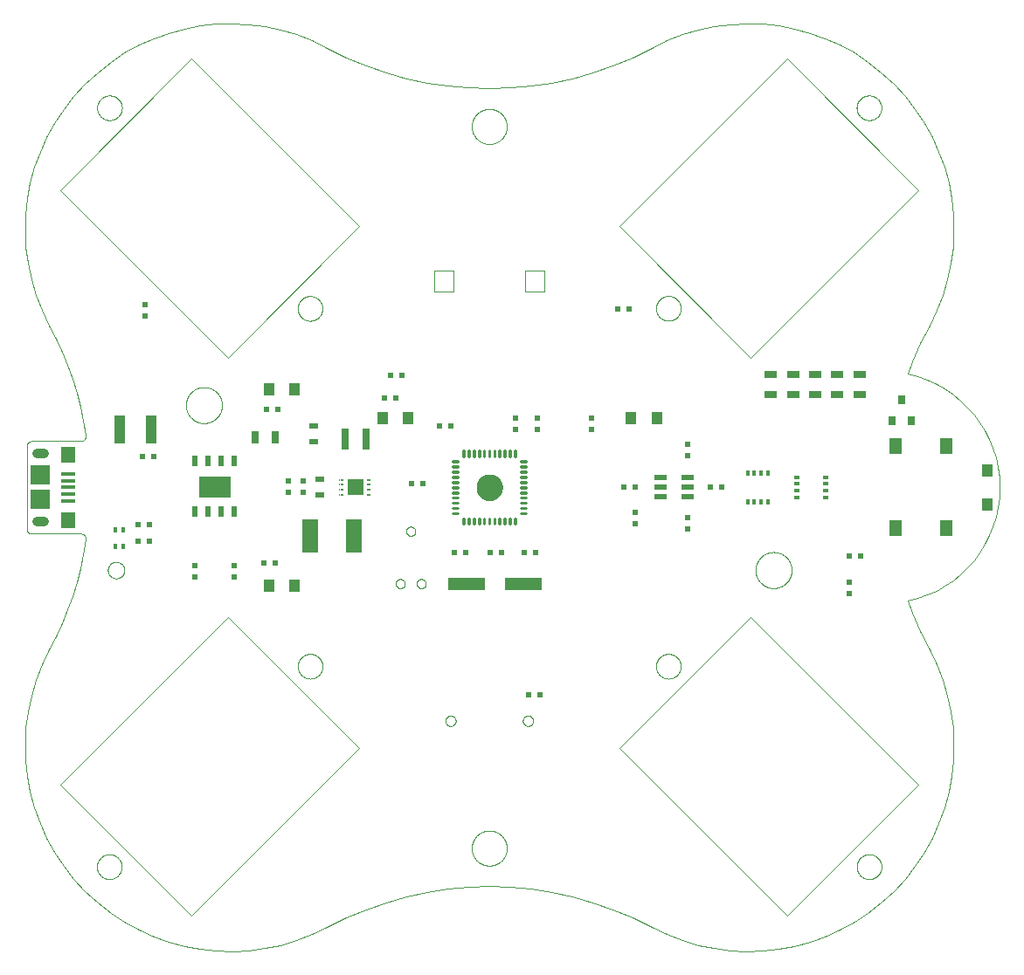
<source format=gtp>
G75*
%MOIN*%
%OFA0B0*%
%FSLAX25Y25*%
%IPPOS*%
%LPD*%
%AMOC8*
5,1,8,0,0,1.08239X$1,22.5*
%
%ADD10C,0.00000*%
%ADD11C,0.00394*%
%ADD12R,0.02100X0.04134*%
%ADD13R,0.12000X0.08000*%
%ADD14R,0.03937X0.11024*%
%ADD15R,0.04724X0.02165*%
%ADD16R,0.01575X0.02362*%
%ADD17R,0.01575X0.01969*%
%ADD18C,0.00984*%
%ADD19R,0.01083X0.00984*%
%ADD20R,0.00197X0.00984*%
%ADD21R,0.06299X0.05906*%
%ADD22R,0.05906X0.12598*%
%ADD23R,0.14173X0.04724*%
%ADD24C,0.05000*%
%ADD25C,0.00866*%
%ADD26R,0.03150X0.07874*%
%ADD27R,0.05315X0.01575*%
%ADD28R,0.05512X0.06299*%
%ADD29C,0.00039*%
%ADD30R,0.07480X0.07480*%
%ADD31C,0.03543*%
%ADD32R,0.01969X0.02362*%
%ADD33R,0.02362X0.01969*%
%ADD34R,0.04331X0.04921*%
%ADD35R,0.03543X0.02362*%
%ADD36R,0.02756X0.05118*%
%ADD37R,0.01969X0.01457*%
%ADD38R,0.05118X0.02756*%
%ADD39R,0.03150X0.03543*%
%ADD40R,0.05118X0.06102*%
%ADD41C,0.00197*%
%ADD42R,0.04331X0.05118*%
D10*
X0088126Y0065370D02*
X0088128Y0065507D01*
X0088134Y0065645D01*
X0088144Y0065782D01*
X0088158Y0065918D01*
X0088176Y0066055D01*
X0088198Y0066190D01*
X0088224Y0066325D01*
X0088253Y0066459D01*
X0088287Y0066593D01*
X0088324Y0066725D01*
X0088366Y0066856D01*
X0088411Y0066986D01*
X0088460Y0067114D01*
X0088512Y0067241D01*
X0088569Y0067366D01*
X0088628Y0067490D01*
X0088692Y0067612D01*
X0088759Y0067732D01*
X0088829Y0067850D01*
X0088903Y0067966D01*
X0088980Y0068080D01*
X0089061Y0068191D01*
X0089144Y0068300D01*
X0089231Y0068407D01*
X0089321Y0068510D01*
X0089414Y0068612D01*
X0089510Y0068710D01*
X0089608Y0068806D01*
X0089710Y0068899D01*
X0089813Y0068989D01*
X0089920Y0069076D01*
X0090029Y0069159D01*
X0090140Y0069240D01*
X0090254Y0069317D01*
X0090370Y0069391D01*
X0090488Y0069461D01*
X0090608Y0069528D01*
X0090730Y0069592D01*
X0090854Y0069651D01*
X0090979Y0069708D01*
X0091106Y0069760D01*
X0091234Y0069809D01*
X0091364Y0069854D01*
X0091495Y0069896D01*
X0091627Y0069933D01*
X0091761Y0069967D01*
X0091895Y0069996D01*
X0092030Y0070022D01*
X0092165Y0070044D01*
X0092302Y0070062D01*
X0092438Y0070076D01*
X0092575Y0070086D01*
X0092713Y0070092D01*
X0092850Y0070094D01*
X0092987Y0070092D01*
X0093125Y0070086D01*
X0093262Y0070076D01*
X0093398Y0070062D01*
X0093535Y0070044D01*
X0093670Y0070022D01*
X0093805Y0069996D01*
X0093939Y0069967D01*
X0094073Y0069933D01*
X0094205Y0069896D01*
X0094336Y0069854D01*
X0094466Y0069809D01*
X0094594Y0069760D01*
X0094721Y0069708D01*
X0094846Y0069651D01*
X0094970Y0069592D01*
X0095092Y0069528D01*
X0095212Y0069461D01*
X0095330Y0069391D01*
X0095446Y0069317D01*
X0095560Y0069240D01*
X0095671Y0069159D01*
X0095780Y0069076D01*
X0095887Y0068989D01*
X0095990Y0068899D01*
X0096092Y0068806D01*
X0096190Y0068710D01*
X0096286Y0068612D01*
X0096379Y0068510D01*
X0096469Y0068407D01*
X0096556Y0068300D01*
X0096639Y0068191D01*
X0096720Y0068080D01*
X0096797Y0067966D01*
X0096871Y0067850D01*
X0096941Y0067732D01*
X0097008Y0067612D01*
X0097072Y0067490D01*
X0097131Y0067366D01*
X0097188Y0067241D01*
X0097240Y0067114D01*
X0097289Y0066986D01*
X0097334Y0066856D01*
X0097376Y0066725D01*
X0097413Y0066593D01*
X0097447Y0066459D01*
X0097476Y0066325D01*
X0097502Y0066190D01*
X0097524Y0066055D01*
X0097542Y0065918D01*
X0097556Y0065782D01*
X0097566Y0065645D01*
X0097572Y0065507D01*
X0097574Y0065370D01*
X0097572Y0065233D01*
X0097566Y0065095D01*
X0097556Y0064958D01*
X0097542Y0064822D01*
X0097524Y0064685D01*
X0097502Y0064550D01*
X0097476Y0064415D01*
X0097447Y0064281D01*
X0097413Y0064147D01*
X0097376Y0064015D01*
X0097334Y0063884D01*
X0097289Y0063754D01*
X0097240Y0063626D01*
X0097188Y0063499D01*
X0097131Y0063374D01*
X0097072Y0063250D01*
X0097008Y0063128D01*
X0096941Y0063008D01*
X0096871Y0062890D01*
X0096797Y0062774D01*
X0096720Y0062660D01*
X0096639Y0062549D01*
X0096556Y0062440D01*
X0096469Y0062333D01*
X0096379Y0062230D01*
X0096286Y0062128D01*
X0096190Y0062030D01*
X0096092Y0061934D01*
X0095990Y0061841D01*
X0095887Y0061751D01*
X0095780Y0061664D01*
X0095671Y0061581D01*
X0095560Y0061500D01*
X0095446Y0061423D01*
X0095330Y0061349D01*
X0095212Y0061279D01*
X0095092Y0061212D01*
X0094970Y0061148D01*
X0094846Y0061089D01*
X0094721Y0061032D01*
X0094594Y0060980D01*
X0094466Y0060931D01*
X0094336Y0060886D01*
X0094205Y0060844D01*
X0094073Y0060807D01*
X0093939Y0060773D01*
X0093805Y0060744D01*
X0093670Y0060718D01*
X0093535Y0060696D01*
X0093398Y0060678D01*
X0093262Y0060664D01*
X0093125Y0060654D01*
X0092987Y0060648D01*
X0092850Y0060646D01*
X0092713Y0060648D01*
X0092575Y0060654D01*
X0092438Y0060664D01*
X0092302Y0060678D01*
X0092165Y0060696D01*
X0092030Y0060718D01*
X0091895Y0060744D01*
X0091761Y0060773D01*
X0091627Y0060807D01*
X0091495Y0060844D01*
X0091364Y0060886D01*
X0091234Y0060931D01*
X0091106Y0060980D01*
X0090979Y0061032D01*
X0090854Y0061089D01*
X0090730Y0061148D01*
X0090608Y0061212D01*
X0090488Y0061279D01*
X0090370Y0061349D01*
X0090254Y0061423D01*
X0090140Y0061500D01*
X0090029Y0061581D01*
X0089920Y0061664D01*
X0089813Y0061751D01*
X0089710Y0061841D01*
X0089608Y0061934D01*
X0089510Y0062030D01*
X0089414Y0062128D01*
X0089321Y0062230D01*
X0089231Y0062333D01*
X0089144Y0062440D01*
X0089061Y0062549D01*
X0088980Y0062660D01*
X0088903Y0062774D01*
X0088829Y0062890D01*
X0088759Y0063008D01*
X0088692Y0063128D01*
X0088628Y0063250D01*
X0088569Y0063374D01*
X0088512Y0063499D01*
X0088460Y0063626D01*
X0088411Y0063754D01*
X0088366Y0063884D01*
X0088324Y0064015D01*
X0088287Y0064147D01*
X0088253Y0064281D01*
X0088224Y0064415D01*
X0088198Y0064550D01*
X0088176Y0064685D01*
X0088158Y0064822D01*
X0088144Y0064958D01*
X0088134Y0065095D01*
X0088128Y0065233D01*
X0088126Y0065370D01*
X0164741Y0141906D02*
X0164743Y0142043D01*
X0164749Y0142181D01*
X0164759Y0142318D01*
X0164773Y0142454D01*
X0164791Y0142591D01*
X0164813Y0142726D01*
X0164839Y0142861D01*
X0164868Y0142995D01*
X0164902Y0143129D01*
X0164939Y0143261D01*
X0164981Y0143392D01*
X0165026Y0143522D01*
X0165075Y0143650D01*
X0165127Y0143777D01*
X0165184Y0143902D01*
X0165243Y0144026D01*
X0165307Y0144148D01*
X0165374Y0144268D01*
X0165444Y0144386D01*
X0165518Y0144502D01*
X0165595Y0144616D01*
X0165676Y0144727D01*
X0165759Y0144836D01*
X0165846Y0144943D01*
X0165936Y0145046D01*
X0166029Y0145148D01*
X0166125Y0145246D01*
X0166223Y0145342D01*
X0166325Y0145435D01*
X0166428Y0145525D01*
X0166535Y0145612D01*
X0166644Y0145695D01*
X0166755Y0145776D01*
X0166869Y0145853D01*
X0166985Y0145927D01*
X0167103Y0145997D01*
X0167223Y0146064D01*
X0167345Y0146128D01*
X0167469Y0146187D01*
X0167594Y0146244D01*
X0167721Y0146296D01*
X0167849Y0146345D01*
X0167979Y0146390D01*
X0168110Y0146432D01*
X0168242Y0146469D01*
X0168376Y0146503D01*
X0168510Y0146532D01*
X0168645Y0146558D01*
X0168780Y0146580D01*
X0168917Y0146598D01*
X0169053Y0146612D01*
X0169190Y0146622D01*
X0169328Y0146628D01*
X0169465Y0146630D01*
X0169602Y0146628D01*
X0169740Y0146622D01*
X0169877Y0146612D01*
X0170013Y0146598D01*
X0170150Y0146580D01*
X0170285Y0146558D01*
X0170420Y0146532D01*
X0170554Y0146503D01*
X0170688Y0146469D01*
X0170820Y0146432D01*
X0170951Y0146390D01*
X0171081Y0146345D01*
X0171209Y0146296D01*
X0171336Y0146244D01*
X0171461Y0146187D01*
X0171585Y0146128D01*
X0171707Y0146064D01*
X0171827Y0145997D01*
X0171945Y0145927D01*
X0172061Y0145853D01*
X0172175Y0145776D01*
X0172286Y0145695D01*
X0172395Y0145612D01*
X0172502Y0145525D01*
X0172605Y0145435D01*
X0172707Y0145342D01*
X0172805Y0145246D01*
X0172901Y0145148D01*
X0172994Y0145046D01*
X0173084Y0144943D01*
X0173171Y0144836D01*
X0173254Y0144727D01*
X0173335Y0144616D01*
X0173412Y0144502D01*
X0173486Y0144386D01*
X0173556Y0144268D01*
X0173623Y0144148D01*
X0173687Y0144026D01*
X0173746Y0143902D01*
X0173803Y0143777D01*
X0173855Y0143650D01*
X0173904Y0143522D01*
X0173949Y0143392D01*
X0173991Y0143261D01*
X0174028Y0143129D01*
X0174062Y0142995D01*
X0174091Y0142861D01*
X0174117Y0142726D01*
X0174139Y0142591D01*
X0174157Y0142454D01*
X0174171Y0142318D01*
X0174181Y0142181D01*
X0174187Y0142043D01*
X0174189Y0141906D01*
X0174187Y0141769D01*
X0174181Y0141631D01*
X0174171Y0141494D01*
X0174157Y0141358D01*
X0174139Y0141221D01*
X0174117Y0141086D01*
X0174091Y0140951D01*
X0174062Y0140817D01*
X0174028Y0140683D01*
X0173991Y0140551D01*
X0173949Y0140420D01*
X0173904Y0140290D01*
X0173855Y0140162D01*
X0173803Y0140035D01*
X0173746Y0139910D01*
X0173687Y0139786D01*
X0173623Y0139664D01*
X0173556Y0139544D01*
X0173486Y0139426D01*
X0173412Y0139310D01*
X0173335Y0139196D01*
X0173254Y0139085D01*
X0173171Y0138976D01*
X0173084Y0138869D01*
X0172994Y0138766D01*
X0172901Y0138664D01*
X0172805Y0138566D01*
X0172707Y0138470D01*
X0172605Y0138377D01*
X0172502Y0138287D01*
X0172395Y0138200D01*
X0172286Y0138117D01*
X0172175Y0138036D01*
X0172061Y0137959D01*
X0171945Y0137885D01*
X0171827Y0137815D01*
X0171707Y0137748D01*
X0171585Y0137684D01*
X0171461Y0137625D01*
X0171336Y0137568D01*
X0171209Y0137516D01*
X0171081Y0137467D01*
X0170951Y0137422D01*
X0170820Y0137380D01*
X0170688Y0137343D01*
X0170554Y0137309D01*
X0170420Y0137280D01*
X0170285Y0137254D01*
X0170150Y0137232D01*
X0170013Y0137214D01*
X0169877Y0137200D01*
X0169740Y0137190D01*
X0169602Y0137184D01*
X0169465Y0137182D01*
X0169328Y0137184D01*
X0169190Y0137190D01*
X0169053Y0137200D01*
X0168917Y0137214D01*
X0168780Y0137232D01*
X0168645Y0137254D01*
X0168510Y0137280D01*
X0168376Y0137309D01*
X0168242Y0137343D01*
X0168110Y0137380D01*
X0167979Y0137422D01*
X0167849Y0137467D01*
X0167721Y0137516D01*
X0167594Y0137568D01*
X0167469Y0137625D01*
X0167345Y0137684D01*
X0167223Y0137748D01*
X0167103Y0137815D01*
X0166985Y0137885D01*
X0166869Y0137959D01*
X0166755Y0138036D01*
X0166644Y0138117D01*
X0166535Y0138200D01*
X0166428Y0138287D01*
X0166325Y0138377D01*
X0166223Y0138470D01*
X0166125Y0138566D01*
X0166029Y0138664D01*
X0165936Y0138766D01*
X0165846Y0138869D01*
X0165759Y0138976D01*
X0165676Y0139085D01*
X0165595Y0139196D01*
X0165518Y0139310D01*
X0165444Y0139426D01*
X0165374Y0139544D01*
X0165307Y0139664D01*
X0165243Y0139786D01*
X0165184Y0139910D01*
X0165127Y0140035D01*
X0165075Y0140162D01*
X0165026Y0140290D01*
X0164981Y0140420D01*
X0164939Y0140551D01*
X0164902Y0140683D01*
X0164868Y0140817D01*
X0164839Y0140951D01*
X0164813Y0141086D01*
X0164791Y0141221D01*
X0164773Y0141358D01*
X0164759Y0141494D01*
X0164749Y0141631D01*
X0164743Y0141769D01*
X0164741Y0141906D01*
X0202140Y0173471D02*
X0202142Y0173554D01*
X0202148Y0173637D01*
X0202158Y0173720D01*
X0202172Y0173802D01*
X0202189Y0173884D01*
X0202211Y0173964D01*
X0202236Y0174043D01*
X0202265Y0174121D01*
X0202298Y0174198D01*
X0202335Y0174273D01*
X0202374Y0174346D01*
X0202418Y0174417D01*
X0202464Y0174486D01*
X0202514Y0174553D01*
X0202567Y0174617D01*
X0202623Y0174679D01*
X0202682Y0174738D01*
X0202744Y0174794D01*
X0202808Y0174847D01*
X0202875Y0174897D01*
X0202944Y0174943D01*
X0203015Y0174987D01*
X0203088Y0175026D01*
X0203163Y0175063D01*
X0203240Y0175096D01*
X0203318Y0175125D01*
X0203397Y0175150D01*
X0203477Y0175172D01*
X0203559Y0175189D01*
X0203641Y0175203D01*
X0203724Y0175213D01*
X0203807Y0175219D01*
X0203890Y0175221D01*
X0203973Y0175219D01*
X0204056Y0175213D01*
X0204139Y0175203D01*
X0204221Y0175189D01*
X0204303Y0175172D01*
X0204383Y0175150D01*
X0204462Y0175125D01*
X0204540Y0175096D01*
X0204617Y0175063D01*
X0204692Y0175026D01*
X0204765Y0174987D01*
X0204836Y0174943D01*
X0204905Y0174897D01*
X0204972Y0174847D01*
X0205036Y0174794D01*
X0205098Y0174738D01*
X0205157Y0174679D01*
X0205213Y0174617D01*
X0205266Y0174553D01*
X0205316Y0174486D01*
X0205362Y0174417D01*
X0205406Y0174346D01*
X0205445Y0174273D01*
X0205482Y0174198D01*
X0205515Y0174121D01*
X0205544Y0174043D01*
X0205569Y0173964D01*
X0205591Y0173884D01*
X0205608Y0173802D01*
X0205622Y0173720D01*
X0205632Y0173637D01*
X0205638Y0173554D01*
X0205640Y0173471D01*
X0205638Y0173388D01*
X0205632Y0173305D01*
X0205622Y0173222D01*
X0205608Y0173140D01*
X0205591Y0173058D01*
X0205569Y0172978D01*
X0205544Y0172899D01*
X0205515Y0172821D01*
X0205482Y0172744D01*
X0205445Y0172669D01*
X0205406Y0172596D01*
X0205362Y0172525D01*
X0205316Y0172456D01*
X0205266Y0172389D01*
X0205213Y0172325D01*
X0205157Y0172263D01*
X0205098Y0172204D01*
X0205036Y0172148D01*
X0204972Y0172095D01*
X0204905Y0172045D01*
X0204836Y0171999D01*
X0204765Y0171955D01*
X0204692Y0171916D01*
X0204617Y0171879D01*
X0204540Y0171846D01*
X0204462Y0171817D01*
X0204383Y0171792D01*
X0204303Y0171770D01*
X0204221Y0171753D01*
X0204139Y0171739D01*
X0204056Y0171729D01*
X0203973Y0171723D01*
X0203890Y0171721D01*
X0203807Y0171723D01*
X0203724Y0171729D01*
X0203641Y0171739D01*
X0203559Y0171753D01*
X0203477Y0171770D01*
X0203397Y0171792D01*
X0203318Y0171817D01*
X0203240Y0171846D01*
X0203163Y0171879D01*
X0203088Y0171916D01*
X0203015Y0171955D01*
X0202944Y0171999D01*
X0202875Y0172045D01*
X0202808Y0172095D01*
X0202744Y0172148D01*
X0202682Y0172204D01*
X0202623Y0172263D01*
X0202567Y0172325D01*
X0202514Y0172389D01*
X0202464Y0172456D01*
X0202418Y0172525D01*
X0202374Y0172596D01*
X0202335Y0172669D01*
X0202298Y0172744D01*
X0202265Y0172821D01*
X0202236Y0172899D01*
X0202211Y0172978D01*
X0202189Y0173058D01*
X0202172Y0173140D01*
X0202158Y0173222D01*
X0202148Y0173305D01*
X0202142Y0173388D01*
X0202140Y0173471D01*
X0210140Y0173471D02*
X0210142Y0173554D01*
X0210148Y0173637D01*
X0210158Y0173720D01*
X0210172Y0173802D01*
X0210189Y0173884D01*
X0210211Y0173964D01*
X0210236Y0174043D01*
X0210265Y0174121D01*
X0210298Y0174198D01*
X0210335Y0174273D01*
X0210374Y0174346D01*
X0210418Y0174417D01*
X0210464Y0174486D01*
X0210514Y0174553D01*
X0210567Y0174617D01*
X0210623Y0174679D01*
X0210682Y0174738D01*
X0210744Y0174794D01*
X0210808Y0174847D01*
X0210875Y0174897D01*
X0210944Y0174943D01*
X0211015Y0174987D01*
X0211088Y0175026D01*
X0211163Y0175063D01*
X0211240Y0175096D01*
X0211318Y0175125D01*
X0211397Y0175150D01*
X0211477Y0175172D01*
X0211559Y0175189D01*
X0211641Y0175203D01*
X0211724Y0175213D01*
X0211807Y0175219D01*
X0211890Y0175221D01*
X0211973Y0175219D01*
X0212056Y0175213D01*
X0212139Y0175203D01*
X0212221Y0175189D01*
X0212303Y0175172D01*
X0212383Y0175150D01*
X0212462Y0175125D01*
X0212540Y0175096D01*
X0212617Y0175063D01*
X0212692Y0175026D01*
X0212765Y0174987D01*
X0212836Y0174943D01*
X0212905Y0174897D01*
X0212972Y0174847D01*
X0213036Y0174794D01*
X0213098Y0174738D01*
X0213157Y0174679D01*
X0213213Y0174617D01*
X0213266Y0174553D01*
X0213316Y0174486D01*
X0213362Y0174417D01*
X0213406Y0174346D01*
X0213445Y0174273D01*
X0213482Y0174198D01*
X0213515Y0174121D01*
X0213544Y0174043D01*
X0213569Y0173964D01*
X0213591Y0173884D01*
X0213608Y0173802D01*
X0213622Y0173720D01*
X0213632Y0173637D01*
X0213638Y0173554D01*
X0213640Y0173471D01*
X0213638Y0173388D01*
X0213632Y0173305D01*
X0213622Y0173222D01*
X0213608Y0173140D01*
X0213591Y0173058D01*
X0213569Y0172978D01*
X0213544Y0172899D01*
X0213515Y0172821D01*
X0213482Y0172744D01*
X0213445Y0172669D01*
X0213406Y0172596D01*
X0213362Y0172525D01*
X0213316Y0172456D01*
X0213266Y0172389D01*
X0213213Y0172325D01*
X0213157Y0172263D01*
X0213098Y0172204D01*
X0213036Y0172148D01*
X0212972Y0172095D01*
X0212905Y0172045D01*
X0212836Y0171999D01*
X0212765Y0171955D01*
X0212692Y0171916D01*
X0212617Y0171879D01*
X0212540Y0171846D01*
X0212462Y0171817D01*
X0212383Y0171792D01*
X0212303Y0171770D01*
X0212221Y0171753D01*
X0212139Y0171739D01*
X0212056Y0171729D01*
X0211973Y0171723D01*
X0211890Y0171721D01*
X0211807Y0171723D01*
X0211724Y0171729D01*
X0211641Y0171739D01*
X0211559Y0171753D01*
X0211477Y0171770D01*
X0211397Y0171792D01*
X0211318Y0171817D01*
X0211240Y0171846D01*
X0211163Y0171879D01*
X0211088Y0171916D01*
X0211015Y0171955D01*
X0210944Y0171999D01*
X0210875Y0172045D01*
X0210808Y0172095D01*
X0210744Y0172148D01*
X0210682Y0172204D01*
X0210623Y0172263D01*
X0210567Y0172325D01*
X0210514Y0172389D01*
X0210464Y0172456D01*
X0210418Y0172525D01*
X0210374Y0172596D01*
X0210335Y0172669D01*
X0210298Y0172744D01*
X0210265Y0172821D01*
X0210236Y0172899D01*
X0210211Y0172978D01*
X0210189Y0173058D01*
X0210172Y0173140D01*
X0210158Y0173222D01*
X0210148Y0173305D01*
X0210142Y0173388D01*
X0210140Y0173471D01*
X0206140Y0193471D02*
X0206142Y0193554D01*
X0206148Y0193637D01*
X0206158Y0193720D01*
X0206172Y0193802D01*
X0206189Y0193884D01*
X0206211Y0193964D01*
X0206236Y0194043D01*
X0206265Y0194121D01*
X0206298Y0194198D01*
X0206335Y0194273D01*
X0206374Y0194346D01*
X0206418Y0194417D01*
X0206464Y0194486D01*
X0206514Y0194553D01*
X0206567Y0194617D01*
X0206623Y0194679D01*
X0206682Y0194738D01*
X0206744Y0194794D01*
X0206808Y0194847D01*
X0206875Y0194897D01*
X0206944Y0194943D01*
X0207015Y0194987D01*
X0207088Y0195026D01*
X0207163Y0195063D01*
X0207240Y0195096D01*
X0207318Y0195125D01*
X0207397Y0195150D01*
X0207477Y0195172D01*
X0207559Y0195189D01*
X0207641Y0195203D01*
X0207724Y0195213D01*
X0207807Y0195219D01*
X0207890Y0195221D01*
X0207973Y0195219D01*
X0208056Y0195213D01*
X0208139Y0195203D01*
X0208221Y0195189D01*
X0208303Y0195172D01*
X0208383Y0195150D01*
X0208462Y0195125D01*
X0208540Y0195096D01*
X0208617Y0195063D01*
X0208692Y0195026D01*
X0208765Y0194987D01*
X0208836Y0194943D01*
X0208905Y0194897D01*
X0208972Y0194847D01*
X0209036Y0194794D01*
X0209098Y0194738D01*
X0209157Y0194679D01*
X0209213Y0194617D01*
X0209266Y0194553D01*
X0209316Y0194486D01*
X0209362Y0194417D01*
X0209406Y0194346D01*
X0209445Y0194273D01*
X0209482Y0194198D01*
X0209515Y0194121D01*
X0209544Y0194043D01*
X0209569Y0193964D01*
X0209591Y0193884D01*
X0209608Y0193802D01*
X0209622Y0193720D01*
X0209632Y0193637D01*
X0209638Y0193554D01*
X0209640Y0193471D01*
X0209638Y0193388D01*
X0209632Y0193305D01*
X0209622Y0193222D01*
X0209608Y0193140D01*
X0209591Y0193058D01*
X0209569Y0192978D01*
X0209544Y0192899D01*
X0209515Y0192821D01*
X0209482Y0192744D01*
X0209445Y0192669D01*
X0209406Y0192596D01*
X0209362Y0192525D01*
X0209316Y0192456D01*
X0209266Y0192389D01*
X0209213Y0192325D01*
X0209157Y0192263D01*
X0209098Y0192204D01*
X0209036Y0192148D01*
X0208972Y0192095D01*
X0208905Y0192045D01*
X0208836Y0191999D01*
X0208765Y0191955D01*
X0208692Y0191916D01*
X0208617Y0191879D01*
X0208540Y0191846D01*
X0208462Y0191817D01*
X0208383Y0191792D01*
X0208303Y0191770D01*
X0208221Y0191753D01*
X0208139Y0191739D01*
X0208056Y0191729D01*
X0207973Y0191723D01*
X0207890Y0191721D01*
X0207807Y0191723D01*
X0207724Y0191729D01*
X0207641Y0191739D01*
X0207559Y0191753D01*
X0207477Y0191770D01*
X0207397Y0191792D01*
X0207318Y0191817D01*
X0207240Y0191846D01*
X0207163Y0191879D01*
X0207088Y0191916D01*
X0207015Y0191955D01*
X0206944Y0191999D01*
X0206875Y0192045D01*
X0206808Y0192095D01*
X0206744Y0192148D01*
X0206682Y0192204D01*
X0206623Y0192263D01*
X0206567Y0192325D01*
X0206514Y0192389D01*
X0206464Y0192456D01*
X0206418Y0192525D01*
X0206374Y0192596D01*
X0206335Y0192669D01*
X0206298Y0192744D01*
X0206265Y0192821D01*
X0206236Y0192899D01*
X0206211Y0192978D01*
X0206189Y0193058D01*
X0206172Y0193140D01*
X0206158Y0193222D01*
X0206148Y0193305D01*
X0206142Y0193388D01*
X0206140Y0193471D01*
X0122063Y0241630D02*
X0122065Y0241799D01*
X0122071Y0241968D01*
X0122082Y0242137D01*
X0122096Y0242305D01*
X0122115Y0242473D01*
X0122138Y0242641D01*
X0122164Y0242808D01*
X0122195Y0242974D01*
X0122230Y0243140D01*
X0122269Y0243304D01*
X0122313Y0243468D01*
X0122360Y0243630D01*
X0122411Y0243791D01*
X0122466Y0243951D01*
X0122525Y0244110D01*
X0122587Y0244267D01*
X0122654Y0244422D01*
X0122725Y0244576D01*
X0122799Y0244728D01*
X0122877Y0244878D01*
X0122958Y0245026D01*
X0123043Y0245172D01*
X0123132Y0245316D01*
X0123224Y0245458D01*
X0123320Y0245597D01*
X0123419Y0245734D01*
X0123521Y0245869D01*
X0123627Y0246001D01*
X0123736Y0246130D01*
X0123848Y0246257D01*
X0123963Y0246381D01*
X0124081Y0246502D01*
X0124202Y0246620D01*
X0124326Y0246735D01*
X0124453Y0246847D01*
X0124582Y0246956D01*
X0124714Y0247062D01*
X0124849Y0247164D01*
X0124986Y0247263D01*
X0125125Y0247359D01*
X0125267Y0247451D01*
X0125411Y0247540D01*
X0125557Y0247625D01*
X0125705Y0247706D01*
X0125855Y0247784D01*
X0126007Y0247858D01*
X0126161Y0247929D01*
X0126316Y0247996D01*
X0126473Y0248058D01*
X0126632Y0248117D01*
X0126792Y0248172D01*
X0126953Y0248223D01*
X0127115Y0248270D01*
X0127279Y0248314D01*
X0127443Y0248353D01*
X0127609Y0248388D01*
X0127775Y0248419D01*
X0127942Y0248445D01*
X0128110Y0248468D01*
X0128278Y0248487D01*
X0128446Y0248501D01*
X0128615Y0248512D01*
X0128784Y0248518D01*
X0128953Y0248520D01*
X0129122Y0248518D01*
X0129291Y0248512D01*
X0129460Y0248501D01*
X0129628Y0248487D01*
X0129796Y0248468D01*
X0129964Y0248445D01*
X0130131Y0248419D01*
X0130297Y0248388D01*
X0130463Y0248353D01*
X0130627Y0248314D01*
X0130791Y0248270D01*
X0130953Y0248223D01*
X0131114Y0248172D01*
X0131274Y0248117D01*
X0131433Y0248058D01*
X0131590Y0247996D01*
X0131745Y0247929D01*
X0131899Y0247858D01*
X0132051Y0247784D01*
X0132201Y0247706D01*
X0132349Y0247625D01*
X0132495Y0247540D01*
X0132639Y0247451D01*
X0132781Y0247359D01*
X0132920Y0247263D01*
X0133057Y0247164D01*
X0133192Y0247062D01*
X0133324Y0246956D01*
X0133453Y0246847D01*
X0133580Y0246735D01*
X0133704Y0246620D01*
X0133825Y0246502D01*
X0133943Y0246381D01*
X0134058Y0246257D01*
X0134170Y0246130D01*
X0134279Y0246001D01*
X0134385Y0245869D01*
X0134487Y0245734D01*
X0134586Y0245597D01*
X0134682Y0245458D01*
X0134774Y0245316D01*
X0134863Y0245172D01*
X0134948Y0245026D01*
X0135029Y0244878D01*
X0135107Y0244728D01*
X0135181Y0244576D01*
X0135252Y0244422D01*
X0135319Y0244267D01*
X0135381Y0244110D01*
X0135440Y0243951D01*
X0135495Y0243791D01*
X0135546Y0243630D01*
X0135593Y0243468D01*
X0135637Y0243304D01*
X0135676Y0243140D01*
X0135711Y0242974D01*
X0135742Y0242808D01*
X0135768Y0242641D01*
X0135791Y0242473D01*
X0135810Y0242305D01*
X0135824Y0242137D01*
X0135835Y0241968D01*
X0135841Y0241799D01*
X0135843Y0241630D01*
X0135841Y0241461D01*
X0135835Y0241292D01*
X0135824Y0241123D01*
X0135810Y0240955D01*
X0135791Y0240787D01*
X0135768Y0240619D01*
X0135742Y0240452D01*
X0135711Y0240286D01*
X0135676Y0240120D01*
X0135637Y0239956D01*
X0135593Y0239792D01*
X0135546Y0239630D01*
X0135495Y0239469D01*
X0135440Y0239309D01*
X0135381Y0239150D01*
X0135319Y0238993D01*
X0135252Y0238838D01*
X0135181Y0238684D01*
X0135107Y0238532D01*
X0135029Y0238382D01*
X0134948Y0238234D01*
X0134863Y0238088D01*
X0134774Y0237944D01*
X0134682Y0237802D01*
X0134586Y0237663D01*
X0134487Y0237526D01*
X0134385Y0237391D01*
X0134279Y0237259D01*
X0134170Y0237130D01*
X0134058Y0237003D01*
X0133943Y0236879D01*
X0133825Y0236758D01*
X0133704Y0236640D01*
X0133580Y0236525D01*
X0133453Y0236413D01*
X0133324Y0236304D01*
X0133192Y0236198D01*
X0133057Y0236096D01*
X0132920Y0235997D01*
X0132781Y0235901D01*
X0132639Y0235809D01*
X0132495Y0235720D01*
X0132349Y0235635D01*
X0132201Y0235554D01*
X0132051Y0235476D01*
X0131899Y0235402D01*
X0131745Y0235331D01*
X0131590Y0235264D01*
X0131433Y0235202D01*
X0131274Y0235143D01*
X0131114Y0235088D01*
X0130953Y0235037D01*
X0130791Y0234990D01*
X0130627Y0234946D01*
X0130463Y0234907D01*
X0130297Y0234872D01*
X0130131Y0234841D01*
X0129964Y0234815D01*
X0129796Y0234792D01*
X0129628Y0234773D01*
X0129460Y0234759D01*
X0129291Y0234748D01*
X0129122Y0234742D01*
X0128953Y0234740D01*
X0128784Y0234742D01*
X0128615Y0234748D01*
X0128446Y0234759D01*
X0128278Y0234773D01*
X0128110Y0234792D01*
X0127942Y0234815D01*
X0127775Y0234841D01*
X0127609Y0234872D01*
X0127443Y0234907D01*
X0127279Y0234946D01*
X0127115Y0234990D01*
X0126953Y0235037D01*
X0126792Y0235088D01*
X0126632Y0235143D01*
X0126473Y0235202D01*
X0126316Y0235264D01*
X0126161Y0235331D01*
X0126007Y0235402D01*
X0125855Y0235476D01*
X0125705Y0235554D01*
X0125557Y0235635D01*
X0125411Y0235720D01*
X0125267Y0235809D01*
X0125125Y0235901D01*
X0124986Y0235997D01*
X0124849Y0236096D01*
X0124714Y0236198D01*
X0124582Y0236304D01*
X0124453Y0236413D01*
X0124326Y0236525D01*
X0124202Y0236640D01*
X0124081Y0236758D01*
X0123963Y0236879D01*
X0123848Y0237003D01*
X0123736Y0237130D01*
X0123627Y0237259D01*
X0123521Y0237391D01*
X0123419Y0237526D01*
X0123320Y0237663D01*
X0123224Y0237802D01*
X0123132Y0237944D01*
X0123043Y0238088D01*
X0122958Y0238234D01*
X0122877Y0238382D01*
X0122799Y0238532D01*
X0122725Y0238684D01*
X0122654Y0238838D01*
X0122587Y0238993D01*
X0122525Y0239150D01*
X0122466Y0239309D01*
X0122411Y0239469D01*
X0122360Y0239630D01*
X0122313Y0239792D01*
X0122269Y0239956D01*
X0122230Y0240120D01*
X0122195Y0240286D01*
X0122164Y0240452D01*
X0122138Y0240619D01*
X0122115Y0240787D01*
X0122096Y0240955D01*
X0122082Y0241123D01*
X0122071Y0241292D01*
X0122065Y0241461D01*
X0122063Y0241630D01*
X0164701Y0278559D02*
X0164703Y0278696D01*
X0164709Y0278834D01*
X0164719Y0278971D01*
X0164733Y0279107D01*
X0164751Y0279244D01*
X0164773Y0279379D01*
X0164799Y0279514D01*
X0164828Y0279648D01*
X0164862Y0279782D01*
X0164899Y0279914D01*
X0164941Y0280045D01*
X0164986Y0280175D01*
X0165035Y0280303D01*
X0165087Y0280430D01*
X0165144Y0280555D01*
X0165203Y0280679D01*
X0165267Y0280801D01*
X0165334Y0280921D01*
X0165404Y0281039D01*
X0165478Y0281155D01*
X0165555Y0281269D01*
X0165636Y0281380D01*
X0165719Y0281489D01*
X0165806Y0281596D01*
X0165896Y0281699D01*
X0165989Y0281801D01*
X0166085Y0281899D01*
X0166183Y0281995D01*
X0166285Y0282088D01*
X0166388Y0282178D01*
X0166495Y0282265D01*
X0166604Y0282348D01*
X0166715Y0282429D01*
X0166829Y0282506D01*
X0166945Y0282580D01*
X0167063Y0282650D01*
X0167183Y0282717D01*
X0167305Y0282781D01*
X0167429Y0282840D01*
X0167554Y0282897D01*
X0167681Y0282949D01*
X0167809Y0282998D01*
X0167939Y0283043D01*
X0168070Y0283085D01*
X0168202Y0283122D01*
X0168336Y0283156D01*
X0168470Y0283185D01*
X0168605Y0283211D01*
X0168740Y0283233D01*
X0168877Y0283251D01*
X0169013Y0283265D01*
X0169150Y0283275D01*
X0169288Y0283281D01*
X0169425Y0283283D01*
X0169562Y0283281D01*
X0169700Y0283275D01*
X0169837Y0283265D01*
X0169973Y0283251D01*
X0170110Y0283233D01*
X0170245Y0283211D01*
X0170380Y0283185D01*
X0170514Y0283156D01*
X0170648Y0283122D01*
X0170780Y0283085D01*
X0170911Y0283043D01*
X0171041Y0282998D01*
X0171169Y0282949D01*
X0171296Y0282897D01*
X0171421Y0282840D01*
X0171545Y0282781D01*
X0171667Y0282717D01*
X0171787Y0282650D01*
X0171905Y0282580D01*
X0172021Y0282506D01*
X0172135Y0282429D01*
X0172246Y0282348D01*
X0172355Y0282265D01*
X0172462Y0282178D01*
X0172565Y0282088D01*
X0172667Y0281995D01*
X0172765Y0281899D01*
X0172861Y0281801D01*
X0172954Y0281699D01*
X0173044Y0281596D01*
X0173131Y0281489D01*
X0173214Y0281380D01*
X0173295Y0281269D01*
X0173372Y0281155D01*
X0173446Y0281039D01*
X0173516Y0280921D01*
X0173583Y0280801D01*
X0173647Y0280679D01*
X0173706Y0280555D01*
X0173763Y0280430D01*
X0173815Y0280303D01*
X0173864Y0280175D01*
X0173909Y0280045D01*
X0173951Y0279914D01*
X0173988Y0279782D01*
X0174022Y0279648D01*
X0174051Y0279514D01*
X0174077Y0279379D01*
X0174099Y0279244D01*
X0174117Y0279107D01*
X0174131Y0278971D01*
X0174141Y0278834D01*
X0174147Y0278696D01*
X0174149Y0278559D01*
X0174147Y0278422D01*
X0174141Y0278284D01*
X0174131Y0278147D01*
X0174117Y0278011D01*
X0174099Y0277874D01*
X0174077Y0277739D01*
X0174051Y0277604D01*
X0174022Y0277470D01*
X0173988Y0277336D01*
X0173951Y0277204D01*
X0173909Y0277073D01*
X0173864Y0276943D01*
X0173815Y0276815D01*
X0173763Y0276688D01*
X0173706Y0276563D01*
X0173647Y0276439D01*
X0173583Y0276317D01*
X0173516Y0276197D01*
X0173446Y0276079D01*
X0173372Y0275963D01*
X0173295Y0275849D01*
X0173214Y0275738D01*
X0173131Y0275629D01*
X0173044Y0275522D01*
X0172954Y0275419D01*
X0172861Y0275317D01*
X0172765Y0275219D01*
X0172667Y0275123D01*
X0172565Y0275030D01*
X0172462Y0274940D01*
X0172355Y0274853D01*
X0172246Y0274770D01*
X0172135Y0274689D01*
X0172021Y0274612D01*
X0171905Y0274538D01*
X0171787Y0274468D01*
X0171667Y0274401D01*
X0171545Y0274337D01*
X0171421Y0274278D01*
X0171296Y0274221D01*
X0171169Y0274169D01*
X0171041Y0274120D01*
X0170911Y0274075D01*
X0170780Y0274033D01*
X0170648Y0273996D01*
X0170514Y0273962D01*
X0170380Y0273933D01*
X0170245Y0273907D01*
X0170110Y0273885D01*
X0169973Y0273867D01*
X0169837Y0273853D01*
X0169700Y0273843D01*
X0169562Y0273837D01*
X0169425Y0273835D01*
X0169288Y0273837D01*
X0169150Y0273843D01*
X0169013Y0273853D01*
X0168877Y0273867D01*
X0168740Y0273885D01*
X0168605Y0273907D01*
X0168470Y0273933D01*
X0168336Y0273962D01*
X0168202Y0273996D01*
X0168070Y0274033D01*
X0167939Y0274075D01*
X0167809Y0274120D01*
X0167681Y0274169D01*
X0167554Y0274221D01*
X0167429Y0274278D01*
X0167305Y0274337D01*
X0167183Y0274401D01*
X0167063Y0274468D01*
X0166945Y0274538D01*
X0166829Y0274612D01*
X0166715Y0274689D01*
X0166604Y0274770D01*
X0166495Y0274853D01*
X0166388Y0274940D01*
X0166285Y0275030D01*
X0166183Y0275123D01*
X0166085Y0275219D01*
X0165989Y0275317D01*
X0165896Y0275419D01*
X0165806Y0275522D01*
X0165719Y0275629D01*
X0165636Y0275738D01*
X0165555Y0275849D01*
X0165478Y0275963D01*
X0165404Y0276079D01*
X0165334Y0276197D01*
X0165267Y0276317D01*
X0165203Y0276439D01*
X0165144Y0276563D01*
X0165087Y0276688D01*
X0165035Y0276815D01*
X0164986Y0276943D01*
X0164941Y0277073D01*
X0164899Y0277204D01*
X0164862Y0277336D01*
X0164828Y0277470D01*
X0164799Y0277604D01*
X0164773Y0277739D01*
X0164751Y0277874D01*
X0164733Y0278011D01*
X0164719Y0278147D01*
X0164709Y0278284D01*
X0164703Y0278422D01*
X0164701Y0278559D01*
X0231118Y0348047D02*
X0231120Y0348211D01*
X0231126Y0348375D01*
X0231136Y0348539D01*
X0231150Y0348703D01*
X0231168Y0348866D01*
X0231190Y0349029D01*
X0231217Y0349191D01*
X0231247Y0349353D01*
X0231281Y0349513D01*
X0231319Y0349673D01*
X0231360Y0349832D01*
X0231406Y0349990D01*
X0231456Y0350146D01*
X0231509Y0350302D01*
X0231566Y0350456D01*
X0231627Y0350608D01*
X0231692Y0350759D01*
X0231761Y0350909D01*
X0231833Y0351056D01*
X0231908Y0351202D01*
X0231988Y0351346D01*
X0232070Y0351488D01*
X0232156Y0351628D01*
X0232246Y0351765D01*
X0232339Y0351901D01*
X0232435Y0352034D01*
X0232535Y0352165D01*
X0232637Y0352293D01*
X0232743Y0352419D01*
X0232852Y0352542D01*
X0232964Y0352662D01*
X0233078Y0352780D01*
X0233196Y0352894D01*
X0233316Y0353006D01*
X0233439Y0353115D01*
X0233565Y0353221D01*
X0233693Y0353323D01*
X0233824Y0353423D01*
X0233957Y0353519D01*
X0234093Y0353612D01*
X0234230Y0353702D01*
X0234370Y0353788D01*
X0234512Y0353870D01*
X0234656Y0353950D01*
X0234802Y0354025D01*
X0234949Y0354097D01*
X0235099Y0354166D01*
X0235250Y0354231D01*
X0235402Y0354292D01*
X0235556Y0354349D01*
X0235712Y0354402D01*
X0235868Y0354452D01*
X0236026Y0354498D01*
X0236185Y0354539D01*
X0236345Y0354577D01*
X0236505Y0354611D01*
X0236667Y0354641D01*
X0236829Y0354668D01*
X0236992Y0354690D01*
X0237155Y0354708D01*
X0237319Y0354722D01*
X0237483Y0354732D01*
X0237647Y0354738D01*
X0237811Y0354740D01*
X0237975Y0354738D01*
X0238139Y0354732D01*
X0238303Y0354722D01*
X0238467Y0354708D01*
X0238630Y0354690D01*
X0238793Y0354668D01*
X0238955Y0354641D01*
X0239117Y0354611D01*
X0239277Y0354577D01*
X0239437Y0354539D01*
X0239596Y0354498D01*
X0239754Y0354452D01*
X0239910Y0354402D01*
X0240066Y0354349D01*
X0240220Y0354292D01*
X0240372Y0354231D01*
X0240523Y0354166D01*
X0240673Y0354097D01*
X0240820Y0354025D01*
X0240966Y0353950D01*
X0241110Y0353870D01*
X0241252Y0353788D01*
X0241392Y0353702D01*
X0241529Y0353612D01*
X0241665Y0353519D01*
X0241798Y0353423D01*
X0241929Y0353323D01*
X0242057Y0353221D01*
X0242183Y0353115D01*
X0242306Y0353006D01*
X0242426Y0352894D01*
X0242544Y0352780D01*
X0242658Y0352662D01*
X0242770Y0352542D01*
X0242879Y0352419D01*
X0242985Y0352293D01*
X0243087Y0352165D01*
X0243187Y0352034D01*
X0243283Y0351901D01*
X0243376Y0351765D01*
X0243466Y0351628D01*
X0243552Y0351488D01*
X0243634Y0351346D01*
X0243714Y0351202D01*
X0243789Y0351056D01*
X0243861Y0350909D01*
X0243930Y0350759D01*
X0243995Y0350608D01*
X0244056Y0350456D01*
X0244113Y0350302D01*
X0244166Y0350146D01*
X0244216Y0349990D01*
X0244262Y0349832D01*
X0244303Y0349673D01*
X0244341Y0349513D01*
X0244375Y0349353D01*
X0244405Y0349191D01*
X0244432Y0349029D01*
X0244454Y0348866D01*
X0244472Y0348703D01*
X0244486Y0348539D01*
X0244496Y0348375D01*
X0244502Y0348211D01*
X0244504Y0348047D01*
X0244502Y0347883D01*
X0244496Y0347719D01*
X0244486Y0347555D01*
X0244472Y0347391D01*
X0244454Y0347228D01*
X0244432Y0347065D01*
X0244405Y0346903D01*
X0244375Y0346741D01*
X0244341Y0346581D01*
X0244303Y0346421D01*
X0244262Y0346262D01*
X0244216Y0346104D01*
X0244166Y0345948D01*
X0244113Y0345792D01*
X0244056Y0345638D01*
X0243995Y0345486D01*
X0243930Y0345335D01*
X0243861Y0345185D01*
X0243789Y0345038D01*
X0243714Y0344892D01*
X0243634Y0344748D01*
X0243552Y0344606D01*
X0243466Y0344466D01*
X0243376Y0344329D01*
X0243283Y0344193D01*
X0243187Y0344060D01*
X0243087Y0343929D01*
X0242985Y0343801D01*
X0242879Y0343675D01*
X0242770Y0343552D01*
X0242658Y0343432D01*
X0242544Y0343314D01*
X0242426Y0343200D01*
X0242306Y0343088D01*
X0242183Y0342979D01*
X0242057Y0342873D01*
X0241929Y0342771D01*
X0241798Y0342671D01*
X0241665Y0342575D01*
X0241529Y0342482D01*
X0241392Y0342392D01*
X0241252Y0342306D01*
X0241110Y0342224D01*
X0240966Y0342144D01*
X0240820Y0342069D01*
X0240673Y0341997D01*
X0240523Y0341928D01*
X0240372Y0341863D01*
X0240220Y0341802D01*
X0240066Y0341745D01*
X0239910Y0341692D01*
X0239754Y0341642D01*
X0239596Y0341596D01*
X0239437Y0341555D01*
X0239277Y0341517D01*
X0239117Y0341483D01*
X0238955Y0341453D01*
X0238793Y0341426D01*
X0238630Y0341404D01*
X0238467Y0341386D01*
X0238303Y0341372D01*
X0238139Y0341362D01*
X0237975Y0341356D01*
X0237811Y0341354D01*
X0237647Y0341356D01*
X0237483Y0341362D01*
X0237319Y0341372D01*
X0237155Y0341386D01*
X0236992Y0341404D01*
X0236829Y0341426D01*
X0236667Y0341453D01*
X0236505Y0341483D01*
X0236345Y0341517D01*
X0236185Y0341555D01*
X0236026Y0341596D01*
X0235868Y0341642D01*
X0235712Y0341692D01*
X0235556Y0341745D01*
X0235402Y0341802D01*
X0235250Y0341863D01*
X0235099Y0341928D01*
X0234949Y0341997D01*
X0234802Y0342069D01*
X0234656Y0342144D01*
X0234512Y0342224D01*
X0234370Y0342306D01*
X0234230Y0342392D01*
X0234093Y0342482D01*
X0233957Y0342575D01*
X0233824Y0342671D01*
X0233693Y0342771D01*
X0233565Y0342873D01*
X0233439Y0342979D01*
X0233316Y0343088D01*
X0233196Y0343200D01*
X0233078Y0343314D01*
X0232964Y0343432D01*
X0232852Y0343552D01*
X0232743Y0343675D01*
X0232637Y0343801D01*
X0232535Y0343929D01*
X0232435Y0344060D01*
X0232339Y0344193D01*
X0232246Y0344329D01*
X0232156Y0344466D01*
X0232070Y0344606D01*
X0231988Y0344748D01*
X0231908Y0344892D01*
X0231833Y0345038D01*
X0231761Y0345185D01*
X0231692Y0345335D01*
X0231627Y0345486D01*
X0231566Y0345638D01*
X0231509Y0345792D01*
X0231456Y0345948D01*
X0231406Y0346104D01*
X0231360Y0346262D01*
X0231319Y0346421D01*
X0231281Y0346581D01*
X0231247Y0346741D01*
X0231217Y0346903D01*
X0231190Y0347065D01*
X0231168Y0347228D01*
X0231150Y0347391D01*
X0231136Y0347555D01*
X0231126Y0347719D01*
X0231120Y0347883D01*
X0231118Y0348047D01*
X0301433Y0278598D02*
X0301435Y0278735D01*
X0301441Y0278873D01*
X0301451Y0279010D01*
X0301465Y0279146D01*
X0301483Y0279283D01*
X0301505Y0279418D01*
X0301531Y0279553D01*
X0301560Y0279687D01*
X0301594Y0279821D01*
X0301631Y0279953D01*
X0301673Y0280084D01*
X0301718Y0280214D01*
X0301767Y0280342D01*
X0301819Y0280469D01*
X0301876Y0280594D01*
X0301935Y0280718D01*
X0301999Y0280840D01*
X0302066Y0280960D01*
X0302136Y0281078D01*
X0302210Y0281194D01*
X0302287Y0281308D01*
X0302368Y0281419D01*
X0302451Y0281528D01*
X0302538Y0281635D01*
X0302628Y0281738D01*
X0302721Y0281840D01*
X0302817Y0281938D01*
X0302915Y0282034D01*
X0303017Y0282127D01*
X0303120Y0282217D01*
X0303227Y0282304D01*
X0303336Y0282387D01*
X0303447Y0282468D01*
X0303561Y0282545D01*
X0303677Y0282619D01*
X0303795Y0282689D01*
X0303915Y0282756D01*
X0304037Y0282820D01*
X0304161Y0282879D01*
X0304286Y0282936D01*
X0304413Y0282988D01*
X0304541Y0283037D01*
X0304671Y0283082D01*
X0304802Y0283124D01*
X0304934Y0283161D01*
X0305068Y0283195D01*
X0305202Y0283224D01*
X0305337Y0283250D01*
X0305472Y0283272D01*
X0305609Y0283290D01*
X0305745Y0283304D01*
X0305882Y0283314D01*
X0306020Y0283320D01*
X0306157Y0283322D01*
X0306294Y0283320D01*
X0306432Y0283314D01*
X0306569Y0283304D01*
X0306705Y0283290D01*
X0306842Y0283272D01*
X0306977Y0283250D01*
X0307112Y0283224D01*
X0307246Y0283195D01*
X0307380Y0283161D01*
X0307512Y0283124D01*
X0307643Y0283082D01*
X0307773Y0283037D01*
X0307901Y0282988D01*
X0308028Y0282936D01*
X0308153Y0282879D01*
X0308277Y0282820D01*
X0308399Y0282756D01*
X0308519Y0282689D01*
X0308637Y0282619D01*
X0308753Y0282545D01*
X0308867Y0282468D01*
X0308978Y0282387D01*
X0309087Y0282304D01*
X0309194Y0282217D01*
X0309297Y0282127D01*
X0309399Y0282034D01*
X0309497Y0281938D01*
X0309593Y0281840D01*
X0309686Y0281738D01*
X0309776Y0281635D01*
X0309863Y0281528D01*
X0309946Y0281419D01*
X0310027Y0281308D01*
X0310104Y0281194D01*
X0310178Y0281078D01*
X0310248Y0280960D01*
X0310315Y0280840D01*
X0310379Y0280718D01*
X0310438Y0280594D01*
X0310495Y0280469D01*
X0310547Y0280342D01*
X0310596Y0280214D01*
X0310641Y0280084D01*
X0310683Y0279953D01*
X0310720Y0279821D01*
X0310754Y0279687D01*
X0310783Y0279553D01*
X0310809Y0279418D01*
X0310831Y0279283D01*
X0310849Y0279146D01*
X0310863Y0279010D01*
X0310873Y0278873D01*
X0310879Y0278735D01*
X0310881Y0278598D01*
X0310879Y0278461D01*
X0310873Y0278323D01*
X0310863Y0278186D01*
X0310849Y0278050D01*
X0310831Y0277913D01*
X0310809Y0277778D01*
X0310783Y0277643D01*
X0310754Y0277509D01*
X0310720Y0277375D01*
X0310683Y0277243D01*
X0310641Y0277112D01*
X0310596Y0276982D01*
X0310547Y0276854D01*
X0310495Y0276727D01*
X0310438Y0276602D01*
X0310379Y0276478D01*
X0310315Y0276356D01*
X0310248Y0276236D01*
X0310178Y0276118D01*
X0310104Y0276002D01*
X0310027Y0275888D01*
X0309946Y0275777D01*
X0309863Y0275668D01*
X0309776Y0275561D01*
X0309686Y0275458D01*
X0309593Y0275356D01*
X0309497Y0275258D01*
X0309399Y0275162D01*
X0309297Y0275069D01*
X0309194Y0274979D01*
X0309087Y0274892D01*
X0308978Y0274809D01*
X0308867Y0274728D01*
X0308753Y0274651D01*
X0308637Y0274577D01*
X0308519Y0274507D01*
X0308399Y0274440D01*
X0308277Y0274376D01*
X0308153Y0274317D01*
X0308028Y0274260D01*
X0307901Y0274208D01*
X0307773Y0274159D01*
X0307643Y0274114D01*
X0307512Y0274072D01*
X0307380Y0274035D01*
X0307246Y0274001D01*
X0307112Y0273972D01*
X0306977Y0273946D01*
X0306842Y0273924D01*
X0306705Y0273906D01*
X0306569Y0273892D01*
X0306432Y0273882D01*
X0306294Y0273876D01*
X0306157Y0273874D01*
X0306020Y0273876D01*
X0305882Y0273882D01*
X0305745Y0273892D01*
X0305609Y0273906D01*
X0305472Y0273924D01*
X0305337Y0273946D01*
X0305202Y0273972D01*
X0305068Y0274001D01*
X0304934Y0274035D01*
X0304802Y0274072D01*
X0304671Y0274114D01*
X0304541Y0274159D01*
X0304413Y0274208D01*
X0304286Y0274260D01*
X0304161Y0274317D01*
X0304037Y0274376D01*
X0303915Y0274440D01*
X0303795Y0274507D01*
X0303677Y0274577D01*
X0303561Y0274651D01*
X0303447Y0274728D01*
X0303336Y0274809D01*
X0303227Y0274892D01*
X0303120Y0274979D01*
X0303017Y0275069D01*
X0302915Y0275162D01*
X0302817Y0275258D01*
X0302721Y0275356D01*
X0302628Y0275458D01*
X0302538Y0275561D01*
X0302451Y0275668D01*
X0302368Y0275777D01*
X0302287Y0275888D01*
X0302210Y0276002D01*
X0302136Y0276118D01*
X0302066Y0276236D01*
X0301999Y0276356D01*
X0301935Y0276478D01*
X0301876Y0276602D01*
X0301819Y0276727D01*
X0301767Y0276854D01*
X0301718Y0276982D01*
X0301673Y0277112D01*
X0301631Y0277243D01*
X0301594Y0277375D01*
X0301560Y0277509D01*
X0301531Y0277643D01*
X0301505Y0277778D01*
X0301483Y0277913D01*
X0301465Y0278050D01*
X0301451Y0278186D01*
X0301441Y0278323D01*
X0301435Y0278461D01*
X0301433Y0278598D01*
X0377969Y0355173D02*
X0377971Y0355310D01*
X0377977Y0355448D01*
X0377987Y0355585D01*
X0378001Y0355721D01*
X0378019Y0355858D01*
X0378041Y0355993D01*
X0378067Y0356128D01*
X0378096Y0356262D01*
X0378130Y0356396D01*
X0378167Y0356528D01*
X0378209Y0356659D01*
X0378254Y0356789D01*
X0378303Y0356917D01*
X0378355Y0357044D01*
X0378412Y0357169D01*
X0378471Y0357293D01*
X0378535Y0357415D01*
X0378602Y0357535D01*
X0378672Y0357653D01*
X0378746Y0357769D01*
X0378823Y0357883D01*
X0378904Y0357994D01*
X0378987Y0358103D01*
X0379074Y0358210D01*
X0379164Y0358313D01*
X0379257Y0358415D01*
X0379353Y0358513D01*
X0379451Y0358609D01*
X0379553Y0358702D01*
X0379656Y0358792D01*
X0379763Y0358879D01*
X0379872Y0358962D01*
X0379983Y0359043D01*
X0380097Y0359120D01*
X0380213Y0359194D01*
X0380331Y0359264D01*
X0380451Y0359331D01*
X0380573Y0359395D01*
X0380697Y0359454D01*
X0380822Y0359511D01*
X0380949Y0359563D01*
X0381077Y0359612D01*
X0381207Y0359657D01*
X0381338Y0359699D01*
X0381470Y0359736D01*
X0381604Y0359770D01*
X0381738Y0359799D01*
X0381873Y0359825D01*
X0382008Y0359847D01*
X0382145Y0359865D01*
X0382281Y0359879D01*
X0382418Y0359889D01*
X0382556Y0359895D01*
X0382693Y0359897D01*
X0382830Y0359895D01*
X0382968Y0359889D01*
X0383105Y0359879D01*
X0383241Y0359865D01*
X0383378Y0359847D01*
X0383513Y0359825D01*
X0383648Y0359799D01*
X0383782Y0359770D01*
X0383916Y0359736D01*
X0384048Y0359699D01*
X0384179Y0359657D01*
X0384309Y0359612D01*
X0384437Y0359563D01*
X0384564Y0359511D01*
X0384689Y0359454D01*
X0384813Y0359395D01*
X0384935Y0359331D01*
X0385055Y0359264D01*
X0385173Y0359194D01*
X0385289Y0359120D01*
X0385403Y0359043D01*
X0385514Y0358962D01*
X0385623Y0358879D01*
X0385730Y0358792D01*
X0385833Y0358702D01*
X0385935Y0358609D01*
X0386033Y0358513D01*
X0386129Y0358415D01*
X0386222Y0358313D01*
X0386312Y0358210D01*
X0386399Y0358103D01*
X0386482Y0357994D01*
X0386563Y0357883D01*
X0386640Y0357769D01*
X0386714Y0357653D01*
X0386784Y0357535D01*
X0386851Y0357415D01*
X0386915Y0357293D01*
X0386974Y0357169D01*
X0387031Y0357044D01*
X0387083Y0356917D01*
X0387132Y0356789D01*
X0387177Y0356659D01*
X0387219Y0356528D01*
X0387256Y0356396D01*
X0387290Y0356262D01*
X0387319Y0356128D01*
X0387345Y0355993D01*
X0387367Y0355858D01*
X0387385Y0355721D01*
X0387399Y0355585D01*
X0387409Y0355448D01*
X0387415Y0355310D01*
X0387417Y0355173D01*
X0387415Y0355036D01*
X0387409Y0354898D01*
X0387399Y0354761D01*
X0387385Y0354625D01*
X0387367Y0354488D01*
X0387345Y0354353D01*
X0387319Y0354218D01*
X0387290Y0354084D01*
X0387256Y0353950D01*
X0387219Y0353818D01*
X0387177Y0353687D01*
X0387132Y0353557D01*
X0387083Y0353429D01*
X0387031Y0353302D01*
X0386974Y0353177D01*
X0386915Y0353053D01*
X0386851Y0352931D01*
X0386784Y0352811D01*
X0386714Y0352693D01*
X0386640Y0352577D01*
X0386563Y0352463D01*
X0386482Y0352352D01*
X0386399Y0352243D01*
X0386312Y0352136D01*
X0386222Y0352033D01*
X0386129Y0351931D01*
X0386033Y0351833D01*
X0385935Y0351737D01*
X0385833Y0351644D01*
X0385730Y0351554D01*
X0385623Y0351467D01*
X0385514Y0351384D01*
X0385403Y0351303D01*
X0385289Y0351226D01*
X0385173Y0351152D01*
X0385055Y0351082D01*
X0384935Y0351015D01*
X0384813Y0350951D01*
X0384689Y0350892D01*
X0384564Y0350835D01*
X0384437Y0350783D01*
X0384309Y0350734D01*
X0384179Y0350689D01*
X0384048Y0350647D01*
X0383916Y0350610D01*
X0383782Y0350576D01*
X0383648Y0350547D01*
X0383513Y0350521D01*
X0383378Y0350499D01*
X0383241Y0350481D01*
X0383105Y0350467D01*
X0382968Y0350457D01*
X0382830Y0350451D01*
X0382693Y0350449D01*
X0382556Y0350451D01*
X0382418Y0350457D01*
X0382281Y0350467D01*
X0382145Y0350481D01*
X0382008Y0350499D01*
X0381873Y0350521D01*
X0381738Y0350547D01*
X0381604Y0350576D01*
X0381470Y0350610D01*
X0381338Y0350647D01*
X0381207Y0350689D01*
X0381077Y0350734D01*
X0380949Y0350783D01*
X0380822Y0350835D01*
X0380697Y0350892D01*
X0380573Y0350951D01*
X0380451Y0351015D01*
X0380331Y0351082D01*
X0380213Y0351152D01*
X0380097Y0351226D01*
X0379983Y0351303D01*
X0379872Y0351384D01*
X0379763Y0351467D01*
X0379656Y0351554D01*
X0379553Y0351644D01*
X0379451Y0351737D01*
X0379353Y0351833D01*
X0379257Y0351931D01*
X0379164Y0352033D01*
X0379074Y0352136D01*
X0378987Y0352243D01*
X0378904Y0352352D01*
X0378823Y0352463D01*
X0378746Y0352577D01*
X0378672Y0352693D01*
X0378602Y0352811D01*
X0378535Y0352931D01*
X0378471Y0353053D01*
X0378412Y0353177D01*
X0378355Y0353302D01*
X0378303Y0353429D01*
X0378254Y0353557D01*
X0378209Y0353687D01*
X0378167Y0353818D01*
X0378130Y0353950D01*
X0378096Y0354084D01*
X0378067Y0354218D01*
X0378041Y0354353D01*
X0378019Y0354488D01*
X0378001Y0354625D01*
X0377987Y0354761D01*
X0377977Y0354898D01*
X0377971Y0355036D01*
X0377969Y0355173D01*
X0339386Y0178638D02*
X0339388Y0178807D01*
X0339394Y0178976D01*
X0339405Y0179145D01*
X0339419Y0179313D01*
X0339438Y0179481D01*
X0339461Y0179649D01*
X0339487Y0179816D01*
X0339518Y0179982D01*
X0339553Y0180148D01*
X0339592Y0180312D01*
X0339636Y0180476D01*
X0339683Y0180638D01*
X0339734Y0180799D01*
X0339789Y0180959D01*
X0339848Y0181118D01*
X0339910Y0181275D01*
X0339977Y0181430D01*
X0340048Y0181584D01*
X0340122Y0181736D01*
X0340200Y0181886D01*
X0340281Y0182034D01*
X0340366Y0182180D01*
X0340455Y0182324D01*
X0340547Y0182466D01*
X0340643Y0182605D01*
X0340742Y0182742D01*
X0340844Y0182877D01*
X0340950Y0183009D01*
X0341059Y0183138D01*
X0341171Y0183265D01*
X0341286Y0183389D01*
X0341404Y0183510D01*
X0341525Y0183628D01*
X0341649Y0183743D01*
X0341776Y0183855D01*
X0341905Y0183964D01*
X0342037Y0184070D01*
X0342172Y0184172D01*
X0342309Y0184271D01*
X0342448Y0184367D01*
X0342590Y0184459D01*
X0342734Y0184548D01*
X0342880Y0184633D01*
X0343028Y0184714D01*
X0343178Y0184792D01*
X0343330Y0184866D01*
X0343484Y0184937D01*
X0343639Y0185004D01*
X0343796Y0185066D01*
X0343955Y0185125D01*
X0344115Y0185180D01*
X0344276Y0185231D01*
X0344438Y0185278D01*
X0344602Y0185322D01*
X0344766Y0185361D01*
X0344932Y0185396D01*
X0345098Y0185427D01*
X0345265Y0185453D01*
X0345433Y0185476D01*
X0345601Y0185495D01*
X0345769Y0185509D01*
X0345938Y0185520D01*
X0346107Y0185526D01*
X0346276Y0185528D01*
X0346445Y0185526D01*
X0346614Y0185520D01*
X0346783Y0185509D01*
X0346951Y0185495D01*
X0347119Y0185476D01*
X0347287Y0185453D01*
X0347454Y0185427D01*
X0347620Y0185396D01*
X0347786Y0185361D01*
X0347950Y0185322D01*
X0348114Y0185278D01*
X0348276Y0185231D01*
X0348437Y0185180D01*
X0348597Y0185125D01*
X0348756Y0185066D01*
X0348913Y0185004D01*
X0349068Y0184937D01*
X0349222Y0184866D01*
X0349374Y0184792D01*
X0349524Y0184714D01*
X0349672Y0184633D01*
X0349818Y0184548D01*
X0349962Y0184459D01*
X0350104Y0184367D01*
X0350243Y0184271D01*
X0350380Y0184172D01*
X0350515Y0184070D01*
X0350647Y0183964D01*
X0350776Y0183855D01*
X0350903Y0183743D01*
X0351027Y0183628D01*
X0351148Y0183510D01*
X0351266Y0183389D01*
X0351381Y0183265D01*
X0351493Y0183138D01*
X0351602Y0183009D01*
X0351708Y0182877D01*
X0351810Y0182742D01*
X0351909Y0182605D01*
X0352005Y0182466D01*
X0352097Y0182324D01*
X0352186Y0182180D01*
X0352271Y0182034D01*
X0352352Y0181886D01*
X0352430Y0181736D01*
X0352504Y0181584D01*
X0352575Y0181430D01*
X0352642Y0181275D01*
X0352704Y0181118D01*
X0352763Y0180959D01*
X0352818Y0180799D01*
X0352869Y0180638D01*
X0352916Y0180476D01*
X0352960Y0180312D01*
X0352999Y0180148D01*
X0353034Y0179982D01*
X0353065Y0179816D01*
X0353091Y0179649D01*
X0353114Y0179481D01*
X0353133Y0179313D01*
X0353147Y0179145D01*
X0353158Y0178976D01*
X0353164Y0178807D01*
X0353166Y0178638D01*
X0353164Y0178469D01*
X0353158Y0178300D01*
X0353147Y0178131D01*
X0353133Y0177963D01*
X0353114Y0177795D01*
X0353091Y0177627D01*
X0353065Y0177460D01*
X0353034Y0177294D01*
X0352999Y0177128D01*
X0352960Y0176964D01*
X0352916Y0176800D01*
X0352869Y0176638D01*
X0352818Y0176477D01*
X0352763Y0176317D01*
X0352704Y0176158D01*
X0352642Y0176001D01*
X0352575Y0175846D01*
X0352504Y0175692D01*
X0352430Y0175540D01*
X0352352Y0175390D01*
X0352271Y0175242D01*
X0352186Y0175096D01*
X0352097Y0174952D01*
X0352005Y0174810D01*
X0351909Y0174671D01*
X0351810Y0174534D01*
X0351708Y0174399D01*
X0351602Y0174267D01*
X0351493Y0174138D01*
X0351381Y0174011D01*
X0351266Y0173887D01*
X0351148Y0173766D01*
X0351027Y0173648D01*
X0350903Y0173533D01*
X0350776Y0173421D01*
X0350647Y0173312D01*
X0350515Y0173206D01*
X0350380Y0173104D01*
X0350243Y0173005D01*
X0350104Y0172909D01*
X0349962Y0172817D01*
X0349818Y0172728D01*
X0349672Y0172643D01*
X0349524Y0172562D01*
X0349374Y0172484D01*
X0349222Y0172410D01*
X0349068Y0172339D01*
X0348913Y0172272D01*
X0348756Y0172210D01*
X0348597Y0172151D01*
X0348437Y0172096D01*
X0348276Y0172045D01*
X0348114Y0171998D01*
X0347950Y0171954D01*
X0347786Y0171915D01*
X0347620Y0171880D01*
X0347454Y0171849D01*
X0347287Y0171823D01*
X0347119Y0171800D01*
X0346951Y0171781D01*
X0346783Y0171767D01*
X0346614Y0171756D01*
X0346445Y0171750D01*
X0346276Y0171748D01*
X0346107Y0171750D01*
X0345938Y0171756D01*
X0345769Y0171767D01*
X0345601Y0171781D01*
X0345433Y0171800D01*
X0345265Y0171823D01*
X0345098Y0171849D01*
X0344932Y0171880D01*
X0344766Y0171915D01*
X0344602Y0171954D01*
X0344438Y0171998D01*
X0344276Y0172045D01*
X0344115Y0172096D01*
X0343955Y0172151D01*
X0343796Y0172210D01*
X0343639Y0172272D01*
X0343484Y0172339D01*
X0343330Y0172410D01*
X0343178Y0172484D01*
X0343028Y0172562D01*
X0342880Y0172643D01*
X0342734Y0172728D01*
X0342590Y0172817D01*
X0342448Y0172909D01*
X0342309Y0173005D01*
X0342172Y0173104D01*
X0342037Y0173206D01*
X0341905Y0173312D01*
X0341776Y0173421D01*
X0341649Y0173533D01*
X0341525Y0173648D01*
X0341404Y0173766D01*
X0341286Y0173887D01*
X0341171Y0174011D01*
X0341059Y0174138D01*
X0340950Y0174267D01*
X0340844Y0174399D01*
X0340742Y0174534D01*
X0340643Y0174671D01*
X0340547Y0174810D01*
X0340455Y0174952D01*
X0340366Y0175096D01*
X0340281Y0175242D01*
X0340200Y0175390D01*
X0340122Y0175540D01*
X0340048Y0175692D01*
X0339977Y0175846D01*
X0339910Y0176001D01*
X0339848Y0176158D01*
X0339789Y0176317D01*
X0339734Y0176477D01*
X0339683Y0176638D01*
X0339636Y0176800D01*
X0339592Y0176964D01*
X0339553Y0177128D01*
X0339518Y0177294D01*
X0339487Y0177460D01*
X0339461Y0177627D01*
X0339438Y0177795D01*
X0339419Y0177963D01*
X0339405Y0178131D01*
X0339394Y0178300D01*
X0339388Y0178469D01*
X0339386Y0178638D01*
X0301433Y0141906D02*
X0301435Y0142043D01*
X0301441Y0142181D01*
X0301451Y0142318D01*
X0301465Y0142454D01*
X0301483Y0142591D01*
X0301505Y0142726D01*
X0301531Y0142861D01*
X0301560Y0142995D01*
X0301594Y0143129D01*
X0301631Y0143261D01*
X0301673Y0143392D01*
X0301718Y0143522D01*
X0301767Y0143650D01*
X0301819Y0143777D01*
X0301876Y0143902D01*
X0301935Y0144026D01*
X0301999Y0144148D01*
X0302066Y0144268D01*
X0302136Y0144386D01*
X0302210Y0144502D01*
X0302287Y0144616D01*
X0302368Y0144727D01*
X0302451Y0144836D01*
X0302538Y0144943D01*
X0302628Y0145046D01*
X0302721Y0145148D01*
X0302817Y0145246D01*
X0302915Y0145342D01*
X0303017Y0145435D01*
X0303120Y0145525D01*
X0303227Y0145612D01*
X0303336Y0145695D01*
X0303447Y0145776D01*
X0303561Y0145853D01*
X0303677Y0145927D01*
X0303795Y0145997D01*
X0303915Y0146064D01*
X0304037Y0146128D01*
X0304161Y0146187D01*
X0304286Y0146244D01*
X0304413Y0146296D01*
X0304541Y0146345D01*
X0304671Y0146390D01*
X0304802Y0146432D01*
X0304934Y0146469D01*
X0305068Y0146503D01*
X0305202Y0146532D01*
X0305337Y0146558D01*
X0305472Y0146580D01*
X0305609Y0146598D01*
X0305745Y0146612D01*
X0305882Y0146622D01*
X0306020Y0146628D01*
X0306157Y0146630D01*
X0306294Y0146628D01*
X0306432Y0146622D01*
X0306569Y0146612D01*
X0306705Y0146598D01*
X0306842Y0146580D01*
X0306977Y0146558D01*
X0307112Y0146532D01*
X0307246Y0146503D01*
X0307380Y0146469D01*
X0307512Y0146432D01*
X0307643Y0146390D01*
X0307773Y0146345D01*
X0307901Y0146296D01*
X0308028Y0146244D01*
X0308153Y0146187D01*
X0308277Y0146128D01*
X0308399Y0146064D01*
X0308519Y0145997D01*
X0308637Y0145927D01*
X0308753Y0145853D01*
X0308867Y0145776D01*
X0308978Y0145695D01*
X0309087Y0145612D01*
X0309194Y0145525D01*
X0309297Y0145435D01*
X0309399Y0145342D01*
X0309497Y0145246D01*
X0309593Y0145148D01*
X0309686Y0145046D01*
X0309776Y0144943D01*
X0309863Y0144836D01*
X0309946Y0144727D01*
X0310027Y0144616D01*
X0310104Y0144502D01*
X0310178Y0144386D01*
X0310248Y0144268D01*
X0310315Y0144148D01*
X0310379Y0144026D01*
X0310438Y0143902D01*
X0310495Y0143777D01*
X0310547Y0143650D01*
X0310596Y0143522D01*
X0310641Y0143392D01*
X0310683Y0143261D01*
X0310720Y0143129D01*
X0310754Y0142995D01*
X0310783Y0142861D01*
X0310809Y0142726D01*
X0310831Y0142591D01*
X0310849Y0142454D01*
X0310863Y0142318D01*
X0310873Y0142181D01*
X0310879Y0142043D01*
X0310881Y0141906D01*
X0310879Y0141769D01*
X0310873Y0141631D01*
X0310863Y0141494D01*
X0310849Y0141358D01*
X0310831Y0141221D01*
X0310809Y0141086D01*
X0310783Y0140951D01*
X0310754Y0140817D01*
X0310720Y0140683D01*
X0310683Y0140551D01*
X0310641Y0140420D01*
X0310596Y0140290D01*
X0310547Y0140162D01*
X0310495Y0140035D01*
X0310438Y0139910D01*
X0310379Y0139786D01*
X0310315Y0139664D01*
X0310248Y0139544D01*
X0310178Y0139426D01*
X0310104Y0139310D01*
X0310027Y0139196D01*
X0309946Y0139085D01*
X0309863Y0138976D01*
X0309776Y0138869D01*
X0309686Y0138766D01*
X0309593Y0138664D01*
X0309497Y0138566D01*
X0309399Y0138470D01*
X0309297Y0138377D01*
X0309194Y0138287D01*
X0309087Y0138200D01*
X0308978Y0138117D01*
X0308867Y0138036D01*
X0308753Y0137959D01*
X0308637Y0137885D01*
X0308519Y0137815D01*
X0308399Y0137748D01*
X0308277Y0137684D01*
X0308153Y0137625D01*
X0308028Y0137568D01*
X0307901Y0137516D01*
X0307773Y0137467D01*
X0307643Y0137422D01*
X0307512Y0137380D01*
X0307380Y0137343D01*
X0307246Y0137309D01*
X0307112Y0137280D01*
X0306977Y0137254D01*
X0306842Y0137232D01*
X0306705Y0137214D01*
X0306569Y0137200D01*
X0306432Y0137190D01*
X0306294Y0137184D01*
X0306157Y0137182D01*
X0306020Y0137184D01*
X0305882Y0137190D01*
X0305745Y0137200D01*
X0305609Y0137214D01*
X0305472Y0137232D01*
X0305337Y0137254D01*
X0305202Y0137280D01*
X0305068Y0137309D01*
X0304934Y0137343D01*
X0304802Y0137380D01*
X0304671Y0137422D01*
X0304541Y0137467D01*
X0304413Y0137516D01*
X0304286Y0137568D01*
X0304161Y0137625D01*
X0304037Y0137684D01*
X0303915Y0137748D01*
X0303795Y0137815D01*
X0303677Y0137885D01*
X0303561Y0137959D01*
X0303447Y0138036D01*
X0303336Y0138117D01*
X0303227Y0138200D01*
X0303120Y0138287D01*
X0303017Y0138377D01*
X0302915Y0138470D01*
X0302817Y0138566D01*
X0302721Y0138664D01*
X0302628Y0138766D01*
X0302538Y0138869D01*
X0302451Y0138976D01*
X0302368Y0139085D01*
X0302287Y0139196D01*
X0302210Y0139310D01*
X0302136Y0139426D01*
X0302066Y0139544D01*
X0301999Y0139664D01*
X0301935Y0139786D01*
X0301876Y0139910D01*
X0301819Y0140035D01*
X0301767Y0140162D01*
X0301718Y0140290D01*
X0301673Y0140420D01*
X0301631Y0140551D01*
X0301594Y0140683D01*
X0301560Y0140817D01*
X0301531Y0140951D01*
X0301505Y0141086D01*
X0301483Y0141221D01*
X0301465Y0141358D01*
X0301451Y0141494D01*
X0301441Y0141631D01*
X0301435Y0141769D01*
X0301433Y0141906D01*
X0250606Y0121079D02*
X0250608Y0121167D01*
X0250614Y0121255D01*
X0250624Y0121343D01*
X0250638Y0121431D01*
X0250655Y0121517D01*
X0250677Y0121603D01*
X0250702Y0121687D01*
X0250732Y0121771D01*
X0250764Y0121853D01*
X0250801Y0121933D01*
X0250841Y0122012D01*
X0250885Y0122089D01*
X0250932Y0122164D01*
X0250982Y0122236D01*
X0251036Y0122307D01*
X0251092Y0122374D01*
X0251152Y0122440D01*
X0251214Y0122502D01*
X0251280Y0122562D01*
X0251347Y0122618D01*
X0251418Y0122672D01*
X0251490Y0122722D01*
X0251565Y0122769D01*
X0251642Y0122813D01*
X0251721Y0122853D01*
X0251801Y0122890D01*
X0251883Y0122922D01*
X0251967Y0122952D01*
X0252051Y0122977D01*
X0252137Y0122999D01*
X0252223Y0123016D01*
X0252311Y0123030D01*
X0252399Y0123040D01*
X0252487Y0123046D01*
X0252575Y0123048D01*
X0252663Y0123046D01*
X0252751Y0123040D01*
X0252839Y0123030D01*
X0252927Y0123016D01*
X0253013Y0122999D01*
X0253099Y0122977D01*
X0253183Y0122952D01*
X0253267Y0122922D01*
X0253349Y0122890D01*
X0253429Y0122853D01*
X0253508Y0122813D01*
X0253585Y0122769D01*
X0253660Y0122722D01*
X0253732Y0122672D01*
X0253803Y0122618D01*
X0253870Y0122562D01*
X0253936Y0122502D01*
X0253998Y0122440D01*
X0254058Y0122374D01*
X0254114Y0122307D01*
X0254168Y0122236D01*
X0254218Y0122164D01*
X0254265Y0122089D01*
X0254309Y0122012D01*
X0254349Y0121933D01*
X0254386Y0121853D01*
X0254418Y0121771D01*
X0254448Y0121687D01*
X0254473Y0121603D01*
X0254495Y0121517D01*
X0254512Y0121431D01*
X0254526Y0121343D01*
X0254536Y0121255D01*
X0254542Y0121167D01*
X0254544Y0121079D01*
X0254542Y0120991D01*
X0254536Y0120903D01*
X0254526Y0120815D01*
X0254512Y0120727D01*
X0254495Y0120641D01*
X0254473Y0120555D01*
X0254448Y0120471D01*
X0254418Y0120387D01*
X0254386Y0120305D01*
X0254349Y0120225D01*
X0254309Y0120146D01*
X0254265Y0120069D01*
X0254218Y0119994D01*
X0254168Y0119922D01*
X0254114Y0119851D01*
X0254058Y0119784D01*
X0253998Y0119718D01*
X0253936Y0119656D01*
X0253870Y0119596D01*
X0253803Y0119540D01*
X0253732Y0119486D01*
X0253660Y0119436D01*
X0253585Y0119389D01*
X0253508Y0119345D01*
X0253429Y0119305D01*
X0253349Y0119268D01*
X0253267Y0119236D01*
X0253183Y0119206D01*
X0253099Y0119181D01*
X0253013Y0119159D01*
X0252927Y0119142D01*
X0252839Y0119128D01*
X0252751Y0119118D01*
X0252663Y0119112D01*
X0252575Y0119110D01*
X0252487Y0119112D01*
X0252399Y0119118D01*
X0252311Y0119128D01*
X0252223Y0119142D01*
X0252137Y0119159D01*
X0252051Y0119181D01*
X0251967Y0119206D01*
X0251883Y0119236D01*
X0251801Y0119268D01*
X0251721Y0119305D01*
X0251642Y0119345D01*
X0251565Y0119389D01*
X0251490Y0119436D01*
X0251418Y0119486D01*
X0251347Y0119540D01*
X0251280Y0119596D01*
X0251214Y0119656D01*
X0251152Y0119718D01*
X0251092Y0119784D01*
X0251036Y0119851D01*
X0250982Y0119922D01*
X0250932Y0119994D01*
X0250885Y0120069D01*
X0250841Y0120146D01*
X0250801Y0120225D01*
X0250764Y0120305D01*
X0250732Y0120387D01*
X0250702Y0120471D01*
X0250677Y0120555D01*
X0250655Y0120641D01*
X0250638Y0120727D01*
X0250624Y0120815D01*
X0250614Y0120903D01*
X0250608Y0120991D01*
X0250606Y0121079D01*
X0221078Y0121079D02*
X0221080Y0121167D01*
X0221086Y0121255D01*
X0221096Y0121343D01*
X0221110Y0121431D01*
X0221127Y0121517D01*
X0221149Y0121603D01*
X0221174Y0121687D01*
X0221204Y0121771D01*
X0221236Y0121853D01*
X0221273Y0121933D01*
X0221313Y0122012D01*
X0221357Y0122089D01*
X0221404Y0122164D01*
X0221454Y0122236D01*
X0221508Y0122307D01*
X0221564Y0122374D01*
X0221624Y0122440D01*
X0221686Y0122502D01*
X0221752Y0122562D01*
X0221819Y0122618D01*
X0221890Y0122672D01*
X0221962Y0122722D01*
X0222037Y0122769D01*
X0222114Y0122813D01*
X0222193Y0122853D01*
X0222273Y0122890D01*
X0222355Y0122922D01*
X0222439Y0122952D01*
X0222523Y0122977D01*
X0222609Y0122999D01*
X0222695Y0123016D01*
X0222783Y0123030D01*
X0222871Y0123040D01*
X0222959Y0123046D01*
X0223047Y0123048D01*
X0223135Y0123046D01*
X0223223Y0123040D01*
X0223311Y0123030D01*
X0223399Y0123016D01*
X0223485Y0122999D01*
X0223571Y0122977D01*
X0223655Y0122952D01*
X0223739Y0122922D01*
X0223821Y0122890D01*
X0223901Y0122853D01*
X0223980Y0122813D01*
X0224057Y0122769D01*
X0224132Y0122722D01*
X0224204Y0122672D01*
X0224275Y0122618D01*
X0224342Y0122562D01*
X0224408Y0122502D01*
X0224470Y0122440D01*
X0224530Y0122374D01*
X0224586Y0122307D01*
X0224640Y0122236D01*
X0224690Y0122164D01*
X0224737Y0122089D01*
X0224781Y0122012D01*
X0224821Y0121933D01*
X0224858Y0121853D01*
X0224890Y0121771D01*
X0224920Y0121687D01*
X0224945Y0121603D01*
X0224967Y0121517D01*
X0224984Y0121431D01*
X0224998Y0121343D01*
X0225008Y0121255D01*
X0225014Y0121167D01*
X0225016Y0121079D01*
X0225014Y0120991D01*
X0225008Y0120903D01*
X0224998Y0120815D01*
X0224984Y0120727D01*
X0224967Y0120641D01*
X0224945Y0120555D01*
X0224920Y0120471D01*
X0224890Y0120387D01*
X0224858Y0120305D01*
X0224821Y0120225D01*
X0224781Y0120146D01*
X0224737Y0120069D01*
X0224690Y0119994D01*
X0224640Y0119922D01*
X0224586Y0119851D01*
X0224530Y0119784D01*
X0224470Y0119718D01*
X0224408Y0119656D01*
X0224342Y0119596D01*
X0224275Y0119540D01*
X0224204Y0119486D01*
X0224132Y0119436D01*
X0224057Y0119389D01*
X0223980Y0119345D01*
X0223901Y0119305D01*
X0223821Y0119268D01*
X0223739Y0119236D01*
X0223655Y0119206D01*
X0223571Y0119181D01*
X0223485Y0119159D01*
X0223399Y0119142D01*
X0223311Y0119128D01*
X0223223Y0119118D01*
X0223135Y0119112D01*
X0223047Y0119110D01*
X0222959Y0119112D01*
X0222871Y0119118D01*
X0222783Y0119128D01*
X0222695Y0119142D01*
X0222609Y0119159D01*
X0222523Y0119181D01*
X0222439Y0119206D01*
X0222355Y0119236D01*
X0222273Y0119268D01*
X0222193Y0119305D01*
X0222114Y0119345D01*
X0222037Y0119389D01*
X0221962Y0119436D01*
X0221890Y0119486D01*
X0221819Y0119540D01*
X0221752Y0119596D01*
X0221686Y0119656D01*
X0221624Y0119718D01*
X0221564Y0119784D01*
X0221508Y0119851D01*
X0221454Y0119922D01*
X0221404Y0119994D01*
X0221357Y0120069D01*
X0221313Y0120146D01*
X0221273Y0120225D01*
X0221236Y0120305D01*
X0221204Y0120387D01*
X0221174Y0120471D01*
X0221149Y0120555D01*
X0221127Y0120641D01*
X0221110Y0120727D01*
X0221096Y0120815D01*
X0221086Y0120903D01*
X0221080Y0120991D01*
X0221078Y0121079D01*
X0231118Y0072457D02*
X0231120Y0072621D01*
X0231126Y0072785D01*
X0231136Y0072949D01*
X0231150Y0073113D01*
X0231168Y0073276D01*
X0231190Y0073439D01*
X0231217Y0073601D01*
X0231247Y0073763D01*
X0231281Y0073923D01*
X0231319Y0074083D01*
X0231360Y0074242D01*
X0231406Y0074400D01*
X0231456Y0074556D01*
X0231509Y0074712D01*
X0231566Y0074866D01*
X0231627Y0075018D01*
X0231692Y0075169D01*
X0231761Y0075319D01*
X0231833Y0075466D01*
X0231908Y0075612D01*
X0231988Y0075756D01*
X0232070Y0075898D01*
X0232156Y0076038D01*
X0232246Y0076175D01*
X0232339Y0076311D01*
X0232435Y0076444D01*
X0232535Y0076575D01*
X0232637Y0076703D01*
X0232743Y0076829D01*
X0232852Y0076952D01*
X0232964Y0077072D01*
X0233078Y0077190D01*
X0233196Y0077304D01*
X0233316Y0077416D01*
X0233439Y0077525D01*
X0233565Y0077631D01*
X0233693Y0077733D01*
X0233824Y0077833D01*
X0233957Y0077929D01*
X0234093Y0078022D01*
X0234230Y0078112D01*
X0234370Y0078198D01*
X0234512Y0078280D01*
X0234656Y0078360D01*
X0234802Y0078435D01*
X0234949Y0078507D01*
X0235099Y0078576D01*
X0235250Y0078641D01*
X0235402Y0078702D01*
X0235556Y0078759D01*
X0235712Y0078812D01*
X0235868Y0078862D01*
X0236026Y0078908D01*
X0236185Y0078949D01*
X0236345Y0078987D01*
X0236505Y0079021D01*
X0236667Y0079051D01*
X0236829Y0079078D01*
X0236992Y0079100D01*
X0237155Y0079118D01*
X0237319Y0079132D01*
X0237483Y0079142D01*
X0237647Y0079148D01*
X0237811Y0079150D01*
X0237975Y0079148D01*
X0238139Y0079142D01*
X0238303Y0079132D01*
X0238467Y0079118D01*
X0238630Y0079100D01*
X0238793Y0079078D01*
X0238955Y0079051D01*
X0239117Y0079021D01*
X0239277Y0078987D01*
X0239437Y0078949D01*
X0239596Y0078908D01*
X0239754Y0078862D01*
X0239910Y0078812D01*
X0240066Y0078759D01*
X0240220Y0078702D01*
X0240372Y0078641D01*
X0240523Y0078576D01*
X0240673Y0078507D01*
X0240820Y0078435D01*
X0240966Y0078360D01*
X0241110Y0078280D01*
X0241252Y0078198D01*
X0241392Y0078112D01*
X0241529Y0078022D01*
X0241665Y0077929D01*
X0241798Y0077833D01*
X0241929Y0077733D01*
X0242057Y0077631D01*
X0242183Y0077525D01*
X0242306Y0077416D01*
X0242426Y0077304D01*
X0242544Y0077190D01*
X0242658Y0077072D01*
X0242770Y0076952D01*
X0242879Y0076829D01*
X0242985Y0076703D01*
X0243087Y0076575D01*
X0243187Y0076444D01*
X0243283Y0076311D01*
X0243376Y0076175D01*
X0243466Y0076038D01*
X0243552Y0075898D01*
X0243634Y0075756D01*
X0243714Y0075612D01*
X0243789Y0075466D01*
X0243861Y0075319D01*
X0243930Y0075169D01*
X0243995Y0075018D01*
X0244056Y0074866D01*
X0244113Y0074712D01*
X0244166Y0074556D01*
X0244216Y0074400D01*
X0244262Y0074242D01*
X0244303Y0074083D01*
X0244341Y0073923D01*
X0244375Y0073763D01*
X0244405Y0073601D01*
X0244432Y0073439D01*
X0244454Y0073276D01*
X0244472Y0073113D01*
X0244486Y0072949D01*
X0244496Y0072785D01*
X0244502Y0072621D01*
X0244504Y0072457D01*
X0244502Y0072293D01*
X0244496Y0072129D01*
X0244486Y0071965D01*
X0244472Y0071801D01*
X0244454Y0071638D01*
X0244432Y0071475D01*
X0244405Y0071313D01*
X0244375Y0071151D01*
X0244341Y0070991D01*
X0244303Y0070831D01*
X0244262Y0070672D01*
X0244216Y0070514D01*
X0244166Y0070358D01*
X0244113Y0070202D01*
X0244056Y0070048D01*
X0243995Y0069896D01*
X0243930Y0069745D01*
X0243861Y0069595D01*
X0243789Y0069448D01*
X0243714Y0069302D01*
X0243634Y0069158D01*
X0243552Y0069016D01*
X0243466Y0068876D01*
X0243376Y0068739D01*
X0243283Y0068603D01*
X0243187Y0068470D01*
X0243087Y0068339D01*
X0242985Y0068211D01*
X0242879Y0068085D01*
X0242770Y0067962D01*
X0242658Y0067842D01*
X0242544Y0067724D01*
X0242426Y0067610D01*
X0242306Y0067498D01*
X0242183Y0067389D01*
X0242057Y0067283D01*
X0241929Y0067181D01*
X0241798Y0067081D01*
X0241665Y0066985D01*
X0241529Y0066892D01*
X0241392Y0066802D01*
X0241252Y0066716D01*
X0241110Y0066634D01*
X0240966Y0066554D01*
X0240820Y0066479D01*
X0240673Y0066407D01*
X0240523Y0066338D01*
X0240372Y0066273D01*
X0240220Y0066212D01*
X0240066Y0066155D01*
X0239910Y0066102D01*
X0239754Y0066052D01*
X0239596Y0066006D01*
X0239437Y0065965D01*
X0239277Y0065927D01*
X0239117Y0065893D01*
X0238955Y0065863D01*
X0238793Y0065836D01*
X0238630Y0065814D01*
X0238467Y0065796D01*
X0238303Y0065782D01*
X0238139Y0065772D01*
X0237975Y0065766D01*
X0237811Y0065764D01*
X0237647Y0065766D01*
X0237483Y0065772D01*
X0237319Y0065782D01*
X0237155Y0065796D01*
X0236992Y0065814D01*
X0236829Y0065836D01*
X0236667Y0065863D01*
X0236505Y0065893D01*
X0236345Y0065927D01*
X0236185Y0065965D01*
X0236026Y0066006D01*
X0235868Y0066052D01*
X0235712Y0066102D01*
X0235556Y0066155D01*
X0235402Y0066212D01*
X0235250Y0066273D01*
X0235099Y0066338D01*
X0234949Y0066407D01*
X0234802Y0066479D01*
X0234656Y0066554D01*
X0234512Y0066634D01*
X0234370Y0066716D01*
X0234230Y0066802D01*
X0234093Y0066892D01*
X0233957Y0066985D01*
X0233824Y0067081D01*
X0233693Y0067181D01*
X0233565Y0067283D01*
X0233439Y0067389D01*
X0233316Y0067498D01*
X0233196Y0067610D01*
X0233078Y0067724D01*
X0232964Y0067842D01*
X0232852Y0067962D01*
X0232743Y0068085D01*
X0232637Y0068211D01*
X0232535Y0068339D01*
X0232435Y0068470D01*
X0232339Y0068603D01*
X0232246Y0068739D01*
X0232156Y0068876D01*
X0232070Y0069016D01*
X0231988Y0069158D01*
X0231908Y0069302D01*
X0231833Y0069448D01*
X0231761Y0069595D01*
X0231692Y0069745D01*
X0231627Y0069896D01*
X0231566Y0070048D01*
X0231509Y0070202D01*
X0231456Y0070358D01*
X0231406Y0070514D01*
X0231360Y0070672D01*
X0231319Y0070831D01*
X0231281Y0070991D01*
X0231247Y0071151D01*
X0231217Y0071313D01*
X0231190Y0071475D01*
X0231168Y0071638D01*
X0231150Y0071801D01*
X0231136Y0071965D01*
X0231126Y0072129D01*
X0231120Y0072293D01*
X0231118Y0072457D01*
X0092299Y0178638D02*
X0092301Y0178750D01*
X0092307Y0178861D01*
X0092317Y0178973D01*
X0092331Y0179084D01*
X0092348Y0179194D01*
X0092370Y0179304D01*
X0092396Y0179413D01*
X0092425Y0179521D01*
X0092458Y0179627D01*
X0092495Y0179733D01*
X0092536Y0179837D01*
X0092581Y0179940D01*
X0092629Y0180041D01*
X0092680Y0180140D01*
X0092735Y0180237D01*
X0092794Y0180332D01*
X0092855Y0180426D01*
X0092920Y0180517D01*
X0092989Y0180605D01*
X0093060Y0180691D01*
X0093134Y0180775D01*
X0093212Y0180855D01*
X0093292Y0180933D01*
X0093375Y0181009D01*
X0093460Y0181081D01*
X0093548Y0181150D01*
X0093638Y0181216D01*
X0093731Y0181278D01*
X0093826Y0181338D01*
X0093923Y0181394D01*
X0094021Y0181446D01*
X0094122Y0181495D01*
X0094224Y0181540D01*
X0094328Y0181582D01*
X0094433Y0181620D01*
X0094540Y0181654D01*
X0094647Y0181684D01*
X0094756Y0181711D01*
X0094865Y0181733D01*
X0094976Y0181752D01*
X0095086Y0181767D01*
X0095198Y0181778D01*
X0095309Y0181785D01*
X0095421Y0181788D01*
X0095533Y0181787D01*
X0095645Y0181782D01*
X0095756Y0181773D01*
X0095867Y0181760D01*
X0095978Y0181743D01*
X0096088Y0181723D01*
X0096197Y0181698D01*
X0096305Y0181670D01*
X0096412Y0181637D01*
X0096518Y0181601D01*
X0096622Y0181561D01*
X0096725Y0181518D01*
X0096827Y0181471D01*
X0096926Y0181420D01*
X0097024Y0181366D01*
X0097120Y0181308D01*
X0097214Y0181247D01*
X0097305Y0181183D01*
X0097394Y0181116D01*
X0097481Y0181045D01*
X0097565Y0180971D01*
X0097647Y0180895D01*
X0097725Y0180815D01*
X0097801Y0180733D01*
X0097874Y0180648D01*
X0097944Y0180561D01*
X0098010Y0180471D01*
X0098074Y0180379D01*
X0098134Y0180285D01*
X0098191Y0180189D01*
X0098244Y0180090D01*
X0098294Y0179990D01*
X0098340Y0179889D01*
X0098383Y0179785D01*
X0098422Y0179680D01*
X0098457Y0179574D01*
X0098488Y0179467D01*
X0098516Y0179358D01*
X0098539Y0179249D01*
X0098559Y0179139D01*
X0098575Y0179028D01*
X0098587Y0178917D01*
X0098595Y0178806D01*
X0098599Y0178694D01*
X0098599Y0178582D01*
X0098595Y0178470D01*
X0098587Y0178359D01*
X0098575Y0178248D01*
X0098559Y0178137D01*
X0098539Y0178027D01*
X0098516Y0177918D01*
X0098488Y0177809D01*
X0098457Y0177702D01*
X0098422Y0177596D01*
X0098383Y0177491D01*
X0098340Y0177387D01*
X0098294Y0177286D01*
X0098244Y0177186D01*
X0098191Y0177087D01*
X0098134Y0176991D01*
X0098074Y0176897D01*
X0098010Y0176805D01*
X0097944Y0176715D01*
X0097874Y0176628D01*
X0097801Y0176543D01*
X0097725Y0176461D01*
X0097647Y0176381D01*
X0097565Y0176305D01*
X0097481Y0176231D01*
X0097394Y0176160D01*
X0097305Y0176093D01*
X0097214Y0176029D01*
X0097120Y0175968D01*
X0097024Y0175910D01*
X0096926Y0175856D01*
X0096827Y0175805D01*
X0096725Y0175758D01*
X0096622Y0175715D01*
X0096518Y0175675D01*
X0096412Y0175639D01*
X0096305Y0175606D01*
X0096197Y0175578D01*
X0096088Y0175553D01*
X0095978Y0175533D01*
X0095867Y0175516D01*
X0095756Y0175503D01*
X0095645Y0175494D01*
X0095533Y0175489D01*
X0095421Y0175488D01*
X0095309Y0175491D01*
X0095198Y0175498D01*
X0095086Y0175509D01*
X0094976Y0175524D01*
X0094865Y0175543D01*
X0094756Y0175565D01*
X0094647Y0175592D01*
X0094540Y0175622D01*
X0094433Y0175656D01*
X0094328Y0175694D01*
X0094224Y0175736D01*
X0094122Y0175781D01*
X0094021Y0175830D01*
X0093923Y0175882D01*
X0093826Y0175938D01*
X0093731Y0175998D01*
X0093638Y0176060D01*
X0093548Y0176126D01*
X0093460Y0176195D01*
X0093375Y0176267D01*
X0093292Y0176343D01*
X0093212Y0176421D01*
X0093134Y0176501D01*
X0093060Y0176585D01*
X0092989Y0176671D01*
X0092920Y0176759D01*
X0092855Y0176850D01*
X0092794Y0176944D01*
X0092735Y0177039D01*
X0092680Y0177136D01*
X0092629Y0177235D01*
X0092581Y0177336D01*
X0092536Y0177439D01*
X0092495Y0177543D01*
X0092458Y0177649D01*
X0092425Y0177755D01*
X0092396Y0177863D01*
X0092370Y0177972D01*
X0092348Y0178082D01*
X0092331Y0178192D01*
X0092317Y0178303D01*
X0092307Y0178415D01*
X0092301Y0178526D01*
X0092299Y0178638D01*
X0088205Y0355173D02*
X0088207Y0355310D01*
X0088213Y0355448D01*
X0088223Y0355585D01*
X0088237Y0355721D01*
X0088255Y0355858D01*
X0088277Y0355993D01*
X0088303Y0356128D01*
X0088332Y0356262D01*
X0088366Y0356396D01*
X0088403Y0356528D01*
X0088445Y0356659D01*
X0088490Y0356789D01*
X0088539Y0356917D01*
X0088591Y0357044D01*
X0088648Y0357169D01*
X0088707Y0357293D01*
X0088771Y0357415D01*
X0088838Y0357535D01*
X0088908Y0357653D01*
X0088982Y0357769D01*
X0089059Y0357883D01*
X0089140Y0357994D01*
X0089223Y0358103D01*
X0089310Y0358210D01*
X0089400Y0358313D01*
X0089493Y0358415D01*
X0089589Y0358513D01*
X0089687Y0358609D01*
X0089789Y0358702D01*
X0089892Y0358792D01*
X0089999Y0358879D01*
X0090108Y0358962D01*
X0090219Y0359043D01*
X0090333Y0359120D01*
X0090449Y0359194D01*
X0090567Y0359264D01*
X0090687Y0359331D01*
X0090809Y0359395D01*
X0090933Y0359454D01*
X0091058Y0359511D01*
X0091185Y0359563D01*
X0091313Y0359612D01*
X0091443Y0359657D01*
X0091574Y0359699D01*
X0091706Y0359736D01*
X0091840Y0359770D01*
X0091974Y0359799D01*
X0092109Y0359825D01*
X0092244Y0359847D01*
X0092381Y0359865D01*
X0092517Y0359879D01*
X0092654Y0359889D01*
X0092792Y0359895D01*
X0092929Y0359897D01*
X0093066Y0359895D01*
X0093204Y0359889D01*
X0093341Y0359879D01*
X0093477Y0359865D01*
X0093614Y0359847D01*
X0093749Y0359825D01*
X0093884Y0359799D01*
X0094018Y0359770D01*
X0094152Y0359736D01*
X0094284Y0359699D01*
X0094415Y0359657D01*
X0094545Y0359612D01*
X0094673Y0359563D01*
X0094800Y0359511D01*
X0094925Y0359454D01*
X0095049Y0359395D01*
X0095171Y0359331D01*
X0095291Y0359264D01*
X0095409Y0359194D01*
X0095525Y0359120D01*
X0095639Y0359043D01*
X0095750Y0358962D01*
X0095859Y0358879D01*
X0095966Y0358792D01*
X0096069Y0358702D01*
X0096171Y0358609D01*
X0096269Y0358513D01*
X0096365Y0358415D01*
X0096458Y0358313D01*
X0096548Y0358210D01*
X0096635Y0358103D01*
X0096718Y0357994D01*
X0096799Y0357883D01*
X0096876Y0357769D01*
X0096950Y0357653D01*
X0097020Y0357535D01*
X0097087Y0357415D01*
X0097151Y0357293D01*
X0097210Y0357169D01*
X0097267Y0357044D01*
X0097319Y0356917D01*
X0097368Y0356789D01*
X0097413Y0356659D01*
X0097455Y0356528D01*
X0097492Y0356396D01*
X0097526Y0356262D01*
X0097555Y0356128D01*
X0097581Y0355993D01*
X0097603Y0355858D01*
X0097621Y0355721D01*
X0097635Y0355585D01*
X0097645Y0355448D01*
X0097651Y0355310D01*
X0097653Y0355173D01*
X0097651Y0355036D01*
X0097645Y0354898D01*
X0097635Y0354761D01*
X0097621Y0354625D01*
X0097603Y0354488D01*
X0097581Y0354353D01*
X0097555Y0354218D01*
X0097526Y0354084D01*
X0097492Y0353950D01*
X0097455Y0353818D01*
X0097413Y0353687D01*
X0097368Y0353557D01*
X0097319Y0353429D01*
X0097267Y0353302D01*
X0097210Y0353177D01*
X0097151Y0353053D01*
X0097087Y0352931D01*
X0097020Y0352811D01*
X0096950Y0352693D01*
X0096876Y0352577D01*
X0096799Y0352463D01*
X0096718Y0352352D01*
X0096635Y0352243D01*
X0096548Y0352136D01*
X0096458Y0352033D01*
X0096365Y0351931D01*
X0096269Y0351833D01*
X0096171Y0351737D01*
X0096069Y0351644D01*
X0095966Y0351554D01*
X0095859Y0351467D01*
X0095750Y0351384D01*
X0095639Y0351303D01*
X0095525Y0351226D01*
X0095409Y0351152D01*
X0095291Y0351082D01*
X0095171Y0351015D01*
X0095049Y0350951D01*
X0094925Y0350892D01*
X0094800Y0350835D01*
X0094673Y0350783D01*
X0094545Y0350734D01*
X0094415Y0350689D01*
X0094284Y0350647D01*
X0094152Y0350610D01*
X0094018Y0350576D01*
X0093884Y0350547D01*
X0093749Y0350521D01*
X0093614Y0350499D01*
X0093477Y0350481D01*
X0093341Y0350467D01*
X0093204Y0350457D01*
X0093066Y0350451D01*
X0092929Y0350449D01*
X0092792Y0350451D01*
X0092654Y0350457D01*
X0092517Y0350467D01*
X0092381Y0350481D01*
X0092244Y0350499D01*
X0092109Y0350521D01*
X0091974Y0350547D01*
X0091840Y0350576D01*
X0091706Y0350610D01*
X0091574Y0350647D01*
X0091443Y0350689D01*
X0091313Y0350734D01*
X0091185Y0350783D01*
X0091058Y0350835D01*
X0090933Y0350892D01*
X0090809Y0350951D01*
X0090687Y0351015D01*
X0090567Y0351082D01*
X0090449Y0351152D01*
X0090333Y0351226D01*
X0090219Y0351303D01*
X0090108Y0351384D01*
X0089999Y0351467D01*
X0089892Y0351554D01*
X0089789Y0351644D01*
X0089687Y0351737D01*
X0089589Y0351833D01*
X0089493Y0351931D01*
X0089400Y0352033D01*
X0089310Y0352136D01*
X0089223Y0352243D01*
X0089140Y0352352D01*
X0089059Y0352463D01*
X0088982Y0352577D01*
X0088908Y0352693D01*
X0088838Y0352811D01*
X0088771Y0352931D01*
X0088707Y0353053D01*
X0088648Y0353177D01*
X0088591Y0353302D01*
X0088539Y0353429D01*
X0088490Y0353557D01*
X0088445Y0353687D01*
X0088403Y0353818D01*
X0088366Y0353950D01*
X0088332Y0354084D01*
X0088303Y0354218D01*
X0088277Y0354353D01*
X0088255Y0354488D01*
X0088237Y0354625D01*
X0088223Y0354761D01*
X0088213Y0354898D01*
X0088207Y0355036D01*
X0088205Y0355173D01*
X0378008Y0065370D02*
X0378010Y0065507D01*
X0378016Y0065645D01*
X0378026Y0065782D01*
X0378040Y0065918D01*
X0378058Y0066055D01*
X0378080Y0066190D01*
X0378106Y0066325D01*
X0378135Y0066459D01*
X0378169Y0066593D01*
X0378206Y0066725D01*
X0378248Y0066856D01*
X0378293Y0066986D01*
X0378342Y0067114D01*
X0378394Y0067241D01*
X0378451Y0067366D01*
X0378510Y0067490D01*
X0378574Y0067612D01*
X0378641Y0067732D01*
X0378711Y0067850D01*
X0378785Y0067966D01*
X0378862Y0068080D01*
X0378943Y0068191D01*
X0379026Y0068300D01*
X0379113Y0068407D01*
X0379203Y0068510D01*
X0379296Y0068612D01*
X0379392Y0068710D01*
X0379490Y0068806D01*
X0379592Y0068899D01*
X0379695Y0068989D01*
X0379802Y0069076D01*
X0379911Y0069159D01*
X0380022Y0069240D01*
X0380136Y0069317D01*
X0380252Y0069391D01*
X0380370Y0069461D01*
X0380490Y0069528D01*
X0380612Y0069592D01*
X0380736Y0069651D01*
X0380861Y0069708D01*
X0380988Y0069760D01*
X0381116Y0069809D01*
X0381246Y0069854D01*
X0381377Y0069896D01*
X0381509Y0069933D01*
X0381643Y0069967D01*
X0381777Y0069996D01*
X0381912Y0070022D01*
X0382047Y0070044D01*
X0382184Y0070062D01*
X0382320Y0070076D01*
X0382457Y0070086D01*
X0382595Y0070092D01*
X0382732Y0070094D01*
X0382869Y0070092D01*
X0383007Y0070086D01*
X0383144Y0070076D01*
X0383280Y0070062D01*
X0383417Y0070044D01*
X0383552Y0070022D01*
X0383687Y0069996D01*
X0383821Y0069967D01*
X0383955Y0069933D01*
X0384087Y0069896D01*
X0384218Y0069854D01*
X0384348Y0069809D01*
X0384476Y0069760D01*
X0384603Y0069708D01*
X0384728Y0069651D01*
X0384852Y0069592D01*
X0384974Y0069528D01*
X0385094Y0069461D01*
X0385212Y0069391D01*
X0385328Y0069317D01*
X0385442Y0069240D01*
X0385553Y0069159D01*
X0385662Y0069076D01*
X0385769Y0068989D01*
X0385872Y0068899D01*
X0385974Y0068806D01*
X0386072Y0068710D01*
X0386168Y0068612D01*
X0386261Y0068510D01*
X0386351Y0068407D01*
X0386438Y0068300D01*
X0386521Y0068191D01*
X0386602Y0068080D01*
X0386679Y0067966D01*
X0386753Y0067850D01*
X0386823Y0067732D01*
X0386890Y0067612D01*
X0386954Y0067490D01*
X0387013Y0067366D01*
X0387070Y0067241D01*
X0387122Y0067114D01*
X0387171Y0066986D01*
X0387216Y0066856D01*
X0387258Y0066725D01*
X0387295Y0066593D01*
X0387329Y0066459D01*
X0387358Y0066325D01*
X0387384Y0066190D01*
X0387406Y0066055D01*
X0387424Y0065918D01*
X0387438Y0065782D01*
X0387448Y0065645D01*
X0387454Y0065507D01*
X0387456Y0065370D01*
X0387454Y0065233D01*
X0387448Y0065095D01*
X0387438Y0064958D01*
X0387424Y0064822D01*
X0387406Y0064685D01*
X0387384Y0064550D01*
X0387358Y0064415D01*
X0387329Y0064281D01*
X0387295Y0064147D01*
X0387258Y0064015D01*
X0387216Y0063884D01*
X0387171Y0063754D01*
X0387122Y0063626D01*
X0387070Y0063499D01*
X0387013Y0063374D01*
X0386954Y0063250D01*
X0386890Y0063128D01*
X0386823Y0063008D01*
X0386753Y0062890D01*
X0386679Y0062774D01*
X0386602Y0062660D01*
X0386521Y0062549D01*
X0386438Y0062440D01*
X0386351Y0062333D01*
X0386261Y0062230D01*
X0386168Y0062128D01*
X0386072Y0062030D01*
X0385974Y0061934D01*
X0385872Y0061841D01*
X0385769Y0061751D01*
X0385662Y0061664D01*
X0385553Y0061581D01*
X0385442Y0061500D01*
X0385328Y0061423D01*
X0385212Y0061349D01*
X0385094Y0061279D01*
X0384974Y0061212D01*
X0384852Y0061148D01*
X0384728Y0061089D01*
X0384603Y0061032D01*
X0384476Y0060980D01*
X0384348Y0060931D01*
X0384218Y0060886D01*
X0384087Y0060844D01*
X0383955Y0060807D01*
X0383821Y0060773D01*
X0383687Y0060744D01*
X0383552Y0060718D01*
X0383417Y0060696D01*
X0383280Y0060678D01*
X0383144Y0060664D01*
X0383007Y0060654D01*
X0382869Y0060648D01*
X0382732Y0060646D01*
X0382595Y0060648D01*
X0382457Y0060654D01*
X0382320Y0060664D01*
X0382184Y0060678D01*
X0382047Y0060696D01*
X0381912Y0060718D01*
X0381777Y0060744D01*
X0381643Y0060773D01*
X0381509Y0060807D01*
X0381377Y0060844D01*
X0381246Y0060886D01*
X0381116Y0060931D01*
X0380988Y0060980D01*
X0380861Y0061032D01*
X0380736Y0061089D01*
X0380612Y0061148D01*
X0380490Y0061212D01*
X0380370Y0061279D01*
X0380252Y0061349D01*
X0380136Y0061423D01*
X0380022Y0061500D01*
X0379911Y0061581D01*
X0379802Y0061664D01*
X0379695Y0061751D01*
X0379592Y0061841D01*
X0379490Y0061934D01*
X0379392Y0062030D01*
X0379296Y0062128D01*
X0379203Y0062230D01*
X0379113Y0062333D01*
X0379026Y0062440D01*
X0378943Y0062549D01*
X0378862Y0062660D01*
X0378785Y0062774D01*
X0378711Y0062890D01*
X0378641Y0063008D01*
X0378574Y0063128D01*
X0378510Y0063250D01*
X0378451Y0063374D01*
X0378394Y0063499D01*
X0378342Y0063626D01*
X0378293Y0063754D01*
X0378248Y0063884D01*
X0378206Y0064015D01*
X0378169Y0064147D01*
X0378135Y0064281D01*
X0378106Y0064415D01*
X0378080Y0064550D01*
X0378058Y0064685D01*
X0378040Y0064822D01*
X0378026Y0064958D01*
X0378016Y0065095D01*
X0378010Y0065233D01*
X0378008Y0065370D01*
D11*
X0079237Y0060760D02*
X0075328Y0065763D01*
X0071869Y0071015D01*
X0068866Y0076485D01*
X0066322Y0082144D01*
X0064242Y0087962D01*
X0062630Y0093909D01*
X0061491Y0099957D01*
X0060828Y0106076D01*
X0060648Y0112236D01*
X0060952Y0118407D01*
X0061747Y0124560D01*
X0063037Y0130666D01*
X0064825Y0136694D01*
X0067117Y0142616D01*
X0069916Y0148401D01*
X0072434Y0153357D01*
X0074738Y0158408D01*
X0076823Y0163547D01*
X0078688Y0168768D01*
X0080331Y0174063D01*
X0081749Y0179425D01*
X0082940Y0184847D01*
X0083902Y0190322D01*
X0083849Y0191162D01*
X0083450Y0191903D01*
X0082778Y0192410D01*
X0081956Y0192590D01*
X0063364Y0192590D01*
X0062598Y0192744D01*
X0061973Y0193166D01*
X0061551Y0193791D01*
X0061395Y0194556D01*
X0061389Y0225998D01*
X0061543Y0226765D01*
X0061965Y0227390D01*
X0062591Y0227812D01*
X0063357Y0227967D01*
X0081948Y0227969D01*
X0082714Y0228123D01*
X0083340Y0228545D01*
X0083762Y0229171D01*
X0083916Y0229937D01*
X0083893Y0230237D02*
X0083841Y0229397D01*
X0083442Y0228656D01*
X0082770Y0228148D01*
X0081948Y0227969D01*
X0069657Y0227969D01*
X0069656Y0227969D02*
X0063357Y0227967D01*
X0083893Y0230237D02*
X0082931Y0235705D01*
X0081740Y0241120D01*
X0080322Y0246475D01*
X0078679Y0251762D01*
X0076815Y0256976D01*
X0074732Y0262109D01*
X0072431Y0267153D01*
X0069916Y0272103D01*
X0067117Y0277888D01*
X0064825Y0283810D01*
X0063037Y0289838D01*
X0061747Y0295944D01*
X0060952Y0302097D01*
X0060648Y0308268D01*
X0060828Y0314428D01*
X0061491Y0320546D01*
X0062630Y0326595D01*
X0064242Y0332542D01*
X0066322Y0338360D01*
X0068866Y0344019D01*
X0071869Y0349489D01*
X0075328Y0354741D01*
X0079237Y0359744D01*
X0083593Y0364470D01*
X0088319Y0368826D01*
X0093322Y0372735D01*
X0098574Y0376194D01*
X0104044Y0379197D01*
X0109703Y0381741D01*
X0115521Y0383821D01*
X0121468Y0385433D01*
X0127516Y0386572D01*
X0133635Y0387235D01*
X0139795Y0387415D01*
X0145966Y0387111D01*
X0152119Y0386316D01*
X0158225Y0385026D01*
X0164253Y0383238D01*
X0170175Y0380946D01*
X0175960Y0378147D01*
X0183293Y0374512D01*
X0190785Y0371361D01*
X0198414Y0368696D01*
X0206156Y0366515D01*
X0213990Y0364818D01*
X0221893Y0363606D01*
X0229840Y0362879D01*
X0237811Y0362637D01*
X0245782Y0362879D01*
X0253729Y0363606D01*
X0261632Y0364818D01*
X0269466Y0366515D01*
X0277208Y0368696D01*
X0284837Y0371361D01*
X0292329Y0374512D01*
X0299662Y0378147D01*
X0305447Y0380946D01*
X0311369Y0383238D01*
X0317397Y0385026D01*
X0323503Y0386316D01*
X0329656Y0387111D01*
X0335827Y0387415D01*
X0341987Y0387235D01*
X0348106Y0386572D01*
X0354154Y0385433D01*
X0360101Y0383821D01*
X0365919Y0381741D01*
X0371578Y0379197D01*
X0377048Y0376194D01*
X0382300Y0372735D01*
X0387303Y0368826D01*
X0392029Y0364470D01*
X0396385Y0359744D01*
X0400294Y0354741D01*
X0403753Y0349489D01*
X0406756Y0344019D01*
X0409300Y0338360D01*
X0411380Y0332542D01*
X0412992Y0326595D01*
X0414131Y0320546D01*
X0414794Y0314428D01*
X0414975Y0308268D01*
X0414976Y0308283D02*
X0414671Y0302083D01*
X0414670Y0302097D02*
X0413875Y0295944D01*
X0412585Y0289838D01*
X0410797Y0283810D01*
X0408505Y0277888D01*
X0405706Y0272103D01*
X0402298Y0265263D01*
X0399294Y0258235D01*
X0397557Y0253559D01*
X0401308Y0252574D01*
X0404910Y0251285D01*
X0408349Y0249709D01*
X0411613Y0247862D01*
X0414690Y0245758D01*
X0417565Y0243414D01*
X0420228Y0240846D01*
X0422664Y0238070D01*
X0424861Y0235101D01*
X0426807Y0231955D01*
X0428489Y0228648D01*
X0429893Y0225196D01*
X0431007Y0221615D01*
X0431819Y0217920D01*
X0432316Y0214127D01*
X0432484Y0210252D01*
X0432316Y0206377D01*
X0431819Y0202584D01*
X0431007Y0198889D01*
X0429893Y0195308D01*
X0428489Y0191856D01*
X0426807Y0188549D01*
X0424861Y0185403D01*
X0422664Y0182434D01*
X0420228Y0179657D01*
X0417565Y0177090D01*
X0414690Y0174746D01*
X0411613Y0172642D01*
X0408349Y0170795D01*
X0404910Y0169219D01*
X0401308Y0167930D01*
X0397557Y0166945D01*
X0399294Y0162268D01*
X0402298Y0155241D01*
X0405706Y0148401D01*
X0408505Y0142616D01*
X0410797Y0136694D01*
X0412585Y0130666D01*
X0413875Y0124560D01*
X0414670Y0118407D01*
X0414975Y0112236D01*
X0414794Y0106076D01*
X0414131Y0099957D01*
X0412992Y0093909D01*
X0411380Y0087962D01*
X0409300Y0082144D01*
X0406756Y0076485D01*
X0403753Y0071015D01*
X0400294Y0065763D01*
X0396385Y0060760D01*
X0392029Y0056034D01*
X0387303Y0051678D01*
X0382300Y0047769D01*
X0377048Y0044310D01*
X0371578Y0041307D01*
X0365919Y0038763D01*
X0360101Y0036683D01*
X0354154Y0035071D01*
X0348106Y0033932D01*
X0341987Y0033269D01*
X0335827Y0033088D01*
X0329656Y0033393D01*
X0323503Y0034188D01*
X0317397Y0035478D01*
X0311369Y0037266D01*
X0305447Y0039558D01*
X0299662Y0042357D01*
X0292329Y0045992D01*
X0284837Y0049142D01*
X0277208Y0051808D01*
X0269466Y0053989D01*
X0261632Y0055686D01*
X0253729Y0056897D01*
X0245782Y0057624D01*
X0237811Y0057867D01*
X0229840Y0057624D01*
X0221893Y0056897D01*
X0213990Y0055686D01*
X0206156Y0053989D01*
X0198414Y0051808D01*
X0190785Y0049142D01*
X0183293Y0045992D01*
X0175960Y0042357D01*
X0170175Y0039558D01*
X0164253Y0037266D01*
X0158225Y0035478D01*
X0152119Y0034188D01*
X0145966Y0033393D01*
X0139795Y0033088D01*
X0133635Y0033269D01*
X0127516Y0033932D01*
X0121468Y0035071D01*
X0115521Y0036683D01*
X0109703Y0038763D01*
X0104044Y0041307D01*
X0098574Y0044310D01*
X0093322Y0047769D01*
X0088319Y0051678D01*
X0083593Y0056034D01*
X0079237Y0060760D01*
X0074119Y0096669D02*
X0124229Y0046560D01*
X0188258Y0110589D01*
X0138148Y0160699D01*
X0074119Y0096669D01*
X0138148Y0259805D02*
X0188258Y0309915D01*
X0124229Y0373944D01*
X0074119Y0323834D01*
X0138148Y0259805D01*
X0287364Y0309915D02*
X0337474Y0259805D01*
X0401503Y0323834D01*
X0351394Y0373944D01*
X0287364Y0309915D01*
X0337474Y0160699D02*
X0401503Y0096669D01*
X0351394Y0046560D01*
X0287364Y0110589D01*
X0337474Y0160699D01*
X0414964Y0112813D02*
X0414964Y0110053D01*
D12*
X0140528Y0200921D03*
X0135528Y0200921D03*
X0130528Y0200921D03*
X0125528Y0200921D03*
X0125528Y0220449D03*
X0130528Y0220449D03*
X0135528Y0220449D03*
X0140528Y0220449D03*
D13*
X0133028Y0210449D03*
D14*
X0108677Y0232457D03*
X0096866Y0232457D03*
D15*
X0303087Y0214071D03*
X0303087Y0210331D03*
X0303087Y0206591D03*
X0313323Y0206591D03*
X0313323Y0210331D03*
X0313323Y0214071D03*
D16*
X0336354Y0215764D03*
X0338913Y0215764D03*
X0341472Y0215764D03*
X0344031Y0215764D03*
X0344031Y0204740D03*
X0341472Y0204740D03*
X0338913Y0204740D03*
X0336354Y0204740D03*
D17*
X0098165Y0193913D03*
X0095016Y0193913D03*
X0095016Y0187535D03*
X0098165Y0187535D03*
D18*
X0181886Y0207260D03*
X0181886Y0209228D03*
X0181886Y0211197D03*
X0181886Y0213165D03*
X0191531Y0213165D03*
X0191531Y0211197D03*
X0191531Y0209228D03*
X0191531Y0207260D03*
D19*
X0192083Y0207260D03*
X0192083Y0209228D03*
X0192083Y0211197D03*
X0192083Y0213165D03*
X0181335Y0213165D03*
X0181335Y0211197D03*
X0181335Y0209228D03*
X0181335Y0207260D03*
D20*
X0180803Y0207260D03*
X0180803Y0209228D03*
X0180803Y0211197D03*
X0180803Y0213165D03*
X0192614Y0213165D03*
X0192614Y0211197D03*
X0192614Y0209228D03*
X0192614Y0207260D03*
D21*
X0186709Y0210213D03*
D22*
X0186039Y0191551D03*
X0169504Y0191551D03*
D23*
X0229268Y0173283D03*
X0250921Y0173283D03*
D24*
X0235311Y0210252D02*
X0235313Y0210351D01*
X0235319Y0210451D01*
X0235329Y0210550D01*
X0235343Y0210648D01*
X0235360Y0210746D01*
X0235382Y0210843D01*
X0235407Y0210939D01*
X0235436Y0211034D01*
X0235469Y0211128D01*
X0235506Y0211220D01*
X0235546Y0211311D01*
X0235590Y0211400D01*
X0235638Y0211488D01*
X0235689Y0211573D01*
X0235743Y0211656D01*
X0235800Y0211738D01*
X0235861Y0211816D01*
X0235925Y0211893D01*
X0235991Y0211966D01*
X0236061Y0212037D01*
X0236133Y0212105D01*
X0236208Y0212171D01*
X0236286Y0212233D01*
X0236366Y0212292D01*
X0236448Y0212348D01*
X0236532Y0212400D01*
X0236619Y0212449D01*
X0236707Y0212495D01*
X0236797Y0212537D01*
X0236889Y0212576D01*
X0236982Y0212611D01*
X0237076Y0212642D01*
X0237172Y0212669D01*
X0237269Y0212692D01*
X0237366Y0212712D01*
X0237464Y0212728D01*
X0237563Y0212740D01*
X0237662Y0212748D01*
X0237761Y0212752D01*
X0237861Y0212752D01*
X0237960Y0212748D01*
X0238059Y0212740D01*
X0238158Y0212728D01*
X0238256Y0212712D01*
X0238353Y0212692D01*
X0238450Y0212669D01*
X0238546Y0212642D01*
X0238640Y0212611D01*
X0238733Y0212576D01*
X0238825Y0212537D01*
X0238915Y0212495D01*
X0239003Y0212449D01*
X0239090Y0212400D01*
X0239174Y0212348D01*
X0239256Y0212292D01*
X0239336Y0212233D01*
X0239414Y0212171D01*
X0239489Y0212105D01*
X0239561Y0212037D01*
X0239631Y0211966D01*
X0239697Y0211893D01*
X0239761Y0211816D01*
X0239822Y0211738D01*
X0239879Y0211656D01*
X0239933Y0211573D01*
X0239984Y0211488D01*
X0240032Y0211400D01*
X0240076Y0211311D01*
X0240116Y0211220D01*
X0240153Y0211128D01*
X0240186Y0211034D01*
X0240215Y0210939D01*
X0240240Y0210843D01*
X0240262Y0210746D01*
X0240279Y0210648D01*
X0240293Y0210550D01*
X0240303Y0210451D01*
X0240309Y0210351D01*
X0240311Y0210252D01*
X0240309Y0210153D01*
X0240303Y0210053D01*
X0240293Y0209954D01*
X0240279Y0209856D01*
X0240262Y0209758D01*
X0240240Y0209661D01*
X0240215Y0209565D01*
X0240186Y0209470D01*
X0240153Y0209376D01*
X0240116Y0209284D01*
X0240076Y0209193D01*
X0240032Y0209104D01*
X0239984Y0209016D01*
X0239933Y0208931D01*
X0239879Y0208848D01*
X0239822Y0208766D01*
X0239761Y0208688D01*
X0239697Y0208611D01*
X0239631Y0208538D01*
X0239561Y0208467D01*
X0239489Y0208399D01*
X0239414Y0208333D01*
X0239336Y0208271D01*
X0239256Y0208212D01*
X0239174Y0208156D01*
X0239090Y0208104D01*
X0239003Y0208055D01*
X0238915Y0208009D01*
X0238825Y0207967D01*
X0238733Y0207928D01*
X0238640Y0207893D01*
X0238546Y0207862D01*
X0238450Y0207835D01*
X0238353Y0207812D01*
X0238256Y0207792D01*
X0238158Y0207776D01*
X0238059Y0207764D01*
X0237960Y0207756D01*
X0237861Y0207752D01*
X0237761Y0207752D01*
X0237662Y0207756D01*
X0237563Y0207764D01*
X0237464Y0207776D01*
X0237366Y0207792D01*
X0237269Y0207812D01*
X0237172Y0207835D01*
X0237076Y0207862D01*
X0236982Y0207893D01*
X0236889Y0207928D01*
X0236797Y0207967D01*
X0236707Y0208009D01*
X0236619Y0208055D01*
X0236532Y0208104D01*
X0236448Y0208156D01*
X0236366Y0208212D01*
X0236286Y0208271D01*
X0236208Y0208333D01*
X0236133Y0208399D01*
X0236061Y0208467D01*
X0235991Y0208538D01*
X0235925Y0208611D01*
X0235861Y0208688D01*
X0235800Y0208766D01*
X0235743Y0208848D01*
X0235689Y0208931D01*
X0235638Y0209016D01*
X0235590Y0209104D01*
X0235546Y0209193D01*
X0235506Y0209284D01*
X0235469Y0209376D01*
X0235436Y0209470D01*
X0235407Y0209565D01*
X0235382Y0209661D01*
X0235360Y0209758D01*
X0235343Y0209856D01*
X0235329Y0209954D01*
X0235319Y0210053D01*
X0235313Y0210153D01*
X0235311Y0210252D01*
D25*
X0225960Y0210144D02*
X0223874Y0210144D01*
X0223874Y0210360D01*
X0225960Y0210360D01*
X0225960Y0210144D01*
X0225960Y0208175D02*
X0223874Y0208175D01*
X0223874Y0208391D01*
X0225960Y0208391D01*
X0225960Y0208175D01*
X0225960Y0206207D02*
X0223874Y0206207D01*
X0223874Y0206423D01*
X0225960Y0206423D01*
X0225960Y0206207D01*
X0225960Y0204238D02*
X0223874Y0204238D01*
X0223874Y0204454D01*
X0225960Y0204454D01*
X0225960Y0204238D01*
X0225960Y0202270D02*
X0223874Y0202270D01*
X0223874Y0202486D01*
X0225960Y0202486D01*
X0225960Y0202270D01*
X0225960Y0200301D02*
X0223874Y0200301D01*
X0223874Y0200517D01*
X0225960Y0200517D01*
X0225960Y0200301D01*
X0228077Y0198401D02*
X0228077Y0196315D01*
X0227861Y0196315D01*
X0227861Y0198401D01*
X0228077Y0198401D01*
X0228077Y0197180D02*
X0227861Y0197180D01*
X0227861Y0198045D02*
X0228077Y0198045D01*
X0230045Y0198401D02*
X0230045Y0196315D01*
X0229829Y0196315D01*
X0229829Y0198401D01*
X0230045Y0198401D01*
X0230045Y0197180D02*
X0229829Y0197180D01*
X0229829Y0198045D02*
X0230045Y0198045D01*
X0232014Y0198401D02*
X0232014Y0196315D01*
X0231798Y0196315D01*
X0231798Y0198401D01*
X0232014Y0198401D01*
X0232014Y0197180D02*
X0231798Y0197180D01*
X0231798Y0198045D02*
X0232014Y0198045D01*
X0233982Y0198401D02*
X0233982Y0196315D01*
X0233766Y0196315D01*
X0233766Y0198401D01*
X0233982Y0198401D01*
X0233982Y0197180D02*
X0233766Y0197180D01*
X0233766Y0198045D02*
X0233982Y0198045D01*
X0235951Y0198401D02*
X0235951Y0196315D01*
X0235735Y0196315D01*
X0235735Y0198401D01*
X0235951Y0198401D01*
X0235951Y0197180D02*
X0235735Y0197180D01*
X0235735Y0198045D02*
X0235951Y0198045D01*
X0237919Y0198401D02*
X0237919Y0196315D01*
X0237703Y0196315D01*
X0237703Y0198401D01*
X0237919Y0198401D01*
X0237919Y0197180D02*
X0237703Y0197180D01*
X0237703Y0198045D02*
X0237919Y0198045D01*
X0239888Y0198401D02*
X0239888Y0196315D01*
X0239672Y0196315D01*
X0239672Y0198401D01*
X0239888Y0198401D01*
X0239888Y0197180D02*
X0239672Y0197180D01*
X0239672Y0198045D02*
X0239888Y0198045D01*
X0241856Y0198401D02*
X0241856Y0196315D01*
X0241640Y0196315D01*
X0241640Y0198401D01*
X0241856Y0198401D01*
X0241856Y0197180D02*
X0241640Y0197180D01*
X0241640Y0198045D02*
X0241856Y0198045D01*
X0243825Y0198401D02*
X0243825Y0196315D01*
X0243609Y0196315D01*
X0243609Y0198401D01*
X0243825Y0198401D01*
X0243825Y0197180D02*
X0243609Y0197180D01*
X0243609Y0198045D02*
X0243825Y0198045D01*
X0245793Y0198401D02*
X0245793Y0196315D01*
X0245577Y0196315D01*
X0245577Y0198401D01*
X0245793Y0198401D01*
X0245793Y0197180D02*
X0245577Y0197180D01*
X0245577Y0198045D02*
X0245793Y0198045D01*
X0247762Y0198401D02*
X0247762Y0196315D01*
X0247546Y0196315D01*
X0247546Y0198401D01*
X0247762Y0198401D01*
X0247762Y0197180D02*
X0247546Y0197180D01*
X0247546Y0198045D02*
X0247762Y0198045D01*
X0249662Y0200517D02*
X0251748Y0200517D01*
X0251748Y0200301D01*
X0249662Y0200301D01*
X0249662Y0200517D01*
X0249662Y0202486D02*
X0251748Y0202486D01*
X0251748Y0202270D01*
X0249662Y0202270D01*
X0249662Y0202486D01*
X0249662Y0204454D02*
X0251748Y0204454D01*
X0251748Y0204238D01*
X0249662Y0204238D01*
X0249662Y0204454D01*
X0249662Y0206423D02*
X0251748Y0206423D01*
X0251748Y0206207D01*
X0249662Y0206207D01*
X0249662Y0206423D01*
X0249662Y0208391D02*
X0251748Y0208391D01*
X0251748Y0208175D01*
X0249662Y0208175D01*
X0249662Y0208391D01*
X0249662Y0210360D02*
X0251748Y0210360D01*
X0251748Y0210144D01*
X0249662Y0210144D01*
X0249662Y0210360D01*
X0249662Y0212328D02*
X0251748Y0212328D01*
X0251748Y0212112D01*
X0249662Y0212112D01*
X0249662Y0212328D01*
X0249662Y0214297D02*
X0251748Y0214297D01*
X0251748Y0214081D01*
X0249662Y0214081D01*
X0249662Y0214297D01*
X0249662Y0216265D02*
X0251748Y0216265D01*
X0251748Y0216049D01*
X0249662Y0216049D01*
X0249662Y0216265D01*
X0249662Y0218234D02*
X0251748Y0218234D01*
X0251748Y0218018D01*
X0249662Y0218018D01*
X0249662Y0218234D01*
X0249662Y0220202D02*
X0251748Y0220202D01*
X0251748Y0219986D01*
X0249662Y0219986D01*
X0249662Y0220202D01*
X0247546Y0222103D02*
X0247546Y0224189D01*
X0247762Y0224189D01*
X0247762Y0222103D01*
X0247546Y0222103D01*
X0247546Y0222968D02*
X0247762Y0222968D01*
X0247762Y0223833D02*
X0247546Y0223833D01*
X0245577Y0224189D02*
X0245577Y0222103D01*
X0245577Y0224189D02*
X0245793Y0224189D01*
X0245793Y0222103D01*
X0245577Y0222103D01*
X0245577Y0222968D02*
X0245793Y0222968D01*
X0245793Y0223833D02*
X0245577Y0223833D01*
X0243609Y0224189D02*
X0243609Y0222103D01*
X0243609Y0224189D02*
X0243825Y0224189D01*
X0243825Y0222103D01*
X0243609Y0222103D01*
X0243609Y0222968D02*
X0243825Y0222968D01*
X0243825Y0223833D02*
X0243609Y0223833D01*
X0241640Y0224189D02*
X0241640Y0222103D01*
X0241640Y0224189D02*
X0241856Y0224189D01*
X0241856Y0222103D01*
X0241640Y0222103D01*
X0241640Y0222968D02*
X0241856Y0222968D01*
X0241856Y0223833D02*
X0241640Y0223833D01*
X0239672Y0224189D02*
X0239672Y0222103D01*
X0239672Y0224189D02*
X0239888Y0224189D01*
X0239888Y0222103D01*
X0239672Y0222103D01*
X0239672Y0222968D02*
X0239888Y0222968D01*
X0239888Y0223833D02*
X0239672Y0223833D01*
X0237703Y0224189D02*
X0237703Y0222103D01*
X0237703Y0224189D02*
X0237919Y0224189D01*
X0237919Y0222103D01*
X0237703Y0222103D01*
X0237703Y0222968D02*
X0237919Y0222968D01*
X0237919Y0223833D02*
X0237703Y0223833D01*
X0235735Y0224189D02*
X0235735Y0222103D01*
X0235735Y0224189D02*
X0235951Y0224189D01*
X0235951Y0222103D01*
X0235735Y0222103D01*
X0235735Y0222968D02*
X0235951Y0222968D01*
X0235951Y0223833D02*
X0235735Y0223833D01*
X0233766Y0224189D02*
X0233766Y0222103D01*
X0233766Y0224189D02*
X0233982Y0224189D01*
X0233982Y0222103D01*
X0233766Y0222103D01*
X0233766Y0222968D02*
X0233982Y0222968D01*
X0233982Y0223833D02*
X0233766Y0223833D01*
X0231798Y0224189D02*
X0231798Y0222103D01*
X0231798Y0224189D02*
X0232014Y0224189D01*
X0232014Y0222103D01*
X0231798Y0222103D01*
X0231798Y0222968D02*
X0232014Y0222968D01*
X0232014Y0223833D02*
X0231798Y0223833D01*
X0229829Y0224189D02*
X0229829Y0222103D01*
X0229829Y0224189D02*
X0230045Y0224189D01*
X0230045Y0222103D01*
X0229829Y0222103D01*
X0229829Y0222968D02*
X0230045Y0222968D01*
X0230045Y0223833D02*
X0229829Y0223833D01*
X0227861Y0224189D02*
X0227861Y0222103D01*
X0227861Y0224189D02*
X0228077Y0224189D01*
X0228077Y0222103D01*
X0227861Y0222103D01*
X0227861Y0222968D02*
X0228077Y0222968D01*
X0228077Y0223833D02*
X0227861Y0223833D01*
X0225960Y0219986D02*
X0223874Y0219986D01*
X0223874Y0220202D01*
X0225960Y0220202D01*
X0225960Y0219986D01*
X0225960Y0218018D02*
X0223874Y0218018D01*
X0223874Y0218234D01*
X0225960Y0218234D01*
X0225960Y0218018D01*
X0225960Y0216049D02*
X0223874Y0216049D01*
X0223874Y0216265D01*
X0225960Y0216265D01*
X0225960Y0216049D01*
X0225960Y0214081D02*
X0223874Y0214081D01*
X0223874Y0214297D01*
X0225960Y0214297D01*
X0225960Y0214081D01*
X0225960Y0212112D02*
X0223874Y0212112D01*
X0223874Y0212328D01*
X0225960Y0212328D01*
X0225960Y0212112D01*
D26*
X0190764Y0228756D03*
X0182890Y0228756D03*
D27*
X0077024Y0215370D03*
X0077024Y0212811D03*
X0077024Y0210252D03*
X0077024Y0207693D03*
X0077024Y0205134D03*
D28*
X0077024Y0197654D03*
X0077024Y0222850D03*
D29*
X0068874Y0223244D02*
X0068872Y0223306D01*
X0068866Y0223367D01*
X0068857Y0223428D01*
X0068843Y0223489D01*
X0068826Y0223548D01*
X0068805Y0223606D01*
X0068780Y0223663D01*
X0068752Y0223718D01*
X0068721Y0223771D01*
X0068686Y0223822D01*
X0068648Y0223871D01*
X0068607Y0223918D01*
X0068564Y0223961D01*
X0068517Y0224002D01*
X0068468Y0224040D01*
X0068417Y0224075D01*
X0068364Y0224106D01*
X0068309Y0224134D01*
X0068252Y0224159D01*
X0068194Y0224180D01*
X0068135Y0224197D01*
X0068074Y0224211D01*
X0068013Y0224220D01*
X0067952Y0224226D01*
X0067890Y0224228D01*
X0065134Y0224228D01*
X0064150Y0223244D02*
X0064152Y0223182D01*
X0064158Y0223121D01*
X0064167Y0223060D01*
X0064181Y0222999D01*
X0064198Y0222940D01*
X0064219Y0222882D01*
X0064244Y0222825D01*
X0064272Y0222770D01*
X0064303Y0222717D01*
X0064338Y0222666D01*
X0064376Y0222617D01*
X0064417Y0222570D01*
X0064460Y0222527D01*
X0064507Y0222486D01*
X0064556Y0222448D01*
X0064607Y0222413D01*
X0064660Y0222382D01*
X0064715Y0222354D01*
X0064772Y0222329D01*
X0064830Y0222308D01*
X0064889Y0222291D01*
X0064950Y0222277D01*
X0065011Y0222268D01*
X0065072Y0222262D01*
X0065134Y0222260D01*
X0067890Y0222260D01*
X0067952Y0222262D01*
X0068013Y0222268D01*
X0068074Y0222277D01*
X0068135Y0222291D01*
X0068194Y0222308D01*
X0068252Y0222329D01*
X0068309Y0222354D01*
X0068364Y0222382D01*
X0068417Y0222413D01*
X0068468Y0222448D01*
X0068517Y0222486D01*
X0068564Y0222527D01*
X0068607Y0222570D01*
X0068648Y0222617D01*
X0068686Y0222666D01*
X0068721Y0222717D01*
X0068752Y0222770D01*
X0068780Y0222825D01*
X0068805Y0222882D01*
X0068826Y0222940D01*
X0068843Y0222999D01*
X0068857Y0223060D01*
X0068866Y0223121D01*
X0068872Y0223182D01*
X0068874Y0223244D01*
X0065134Y0224228D02*
X0065072Y0224226D01*
X0065011Y0224220D01*
X0064950Y0224211D01*
X0064889Y0224197D01*
X0064830Y0224180D01*
X0064772Y0224159D01*
X0064715Y0224134D01*
X0064660Y0224106D01*
X0064607Y0224075D01*
X0064556Y0224040D01*
X0064507Y0224002D01*
X0064460Y0223961D01*
X0064417Y0223918D01*
X0064376Y0223871D01*
X0064338Y0223822D01*
X0064303Y0223771D01*
X0064272Y0223718D01*
X0064244Y0223663D01*
X0064219Y0223606D01*
X0064198Y0223548D01*
X0064181Y0223489D01*
X0064167Y0223428D01*
X0064158Y0223367D01*
X0064152Y0223306D01*
X0064150Y0223244D01*
X0065134Y0198244D02*
X0067890Y0198244D01*
X0067952Y0198242D01*
X0068013Y0198236D01*
X0068074Y0198227D01*
X0068135Y0198213D01*
X0068194Y0198196D01*
X0068252Y0198175D01*
X0068309Y0198150D01*
X0068364Y0198122D01*
X0068417Y0198091D01*
X0068468Y0198056D01*
X0068517Y0198018D01*
X0068564Y0197977D01*
X0068607Y0197934D01*
X0068648Y0197887D01*
X0068686Y0197838D01*
X0068721Y0197787D01*
X0068752Y0197734D01*
X0068780Y0197679D01*
X0068805Y0197622D01*
X0068826Y0197564D01*
X0068843Y0197505D01*
X0068857Y0197444D01*
X0068866Y0197383D01*
X0068872Y0197322D01*
X0068874Y0197260D01*
X0068872Y0197198D01*
X0068866Y0197137D01*
X0068857Y0197076D01*
X0068843Y0197015D01*
X0068826Y0196956D01*
X0068805Y0196898D01*
X0068780Y0196841D01*
X0068752Y0196786D01*
X0068721Y0196733D01*
X0068686Y0196682D01*
X0068648Y0196633D01*
X0068607Y0196586D01*
X0068564Y0196543D01*
X0068517Y0196502D01*
X0068468Y0196464D01*
X0068417Y0196429D01*
X0068364Y0196398D01*
X0068309Y0196370D01*
X0068252Y0196345D01*
X0068194Y0196324D01*
X0068135Y0196307D01*
X0068074Y0196293D01*
X0068013Y0196284D01*
X0067952Y0196278D01*
X0067890Y0196276D01*
X0065134Y0196276D01*
X0065072Y0196278D01*
X0065011Y0196284D01*
X0064950Y0196293D01*
X0064889Y0196307D01*
X0064830Y0196324D01*
X0064772Y0196345D01*
X0064715Y0196370D01*
X0064660Y0196398D01*
X0064607Y0196429D01*
X0064556Y0196464D01*
X0064507Y0196502D01*
X0064460Y0196543D01*
X0064417Y0196586D01*
X0064376Y0196633D01*
X0064338Y0196682D01*
X0064303Y0196733D01*
X0064272Y0196786D01*
X0064244Y0196841D01*
X0064219Y0196898D01*
X0064198Y0196956D01*
X0064181Y0197015D01*
X0064167Y0197076D01*
X0064158Y0197137D01*
X0064152Y0197198D01*
X0064150Y0197260D01*
X0064152Y0197322D01*
X0064158Y0197383D01*
X0064167Y0197444D01*
X0064181Y0197505D01*
X0064198Y0197564D01*
X0064219Y0197622D01*
X0064244Y0197679D01*
X0064272Y0197734D01*
X0064303Y0197787D01*
X0064338Y0197838D01*
X0064376Y0197887D01*
X0064417Y0197934D01*
X0064460Y0197977D01*
X0064507Y0198018D01*
X0064556Y0198056D01*
X0064607Y0198091D01*
X0064660Y0198122D01*
X0064715Y0198150D01*
X0064772Y0198175D01*
X0064830Y0198196D01*
X0064889Y0198213D01*
X0064950Y0198227D01*
X0065011Y0198236D01*
X0065072Y0198242D01*
X0065134Y0198244D01*
D30*
X0066492Y0205528D03*
X0066492Y0214976D03*
D31*
X0067890Y0223244D02*
X0067890Y0223244D01*
X0065134Y0223244D01*
X0065134Y0223244D01*
X0067890Y0223244D01*
X0067890Y0197260D02*
X0067890Y0197260D01*
X0065134Y0197260D01*
X0065134Y0197260D01*
X0067890Y0197260D01*
D32*
X0103717Y0196118D03*
X0108047Y0196118D03*
X0108087Y0189819D03*
X0103756Y0189819D03*
X0105488Y0222063D03*
X0109819Y0222063D03*
X0152772Y0239898D03*
X0157102Y0239898D03*
X0197969Y0244366D03*
X0202299Y0244366D03*
X0200252Y0252969D03*
X0204583Y0252969D03*
X0218677Y0233638D03*
X0223008Y0233638D03*
X0212417Y0211827D03*
X0208087Y0211827D03*
X0224346Y0185409D03*
X0228677Y0185409D03*
X0238008Y0185449D03*
X0242339Y0185449D03*
X0251197Y0185409D03*
X0255528Y0185409D03*
X0289189Y0210291D03*
X0293520Y0210291D03*
X0322260Y0210252D03*
X0326591Y0210252D03*
X0375291Y0183953D03*
X0379622Y0183953D03*
X0291157Y0278362D03*
X0286827Y0278362D03*
X0156236Y0181472D03*
X0151906Y0181472D03*
X0252772Y0130921D03*
X0257102Y0130921D03*
D33*
X0293461Y0196453D03*
X0293461Y0200783D03*
X0313402Y0198638D03*
X0313402Y0194307D03*
X0313402Y0222260D03*
X0313402Y0226591D03*
X0276787Y0232496D03*
X0276787Y0236827D03*
X0256236Y0236827D03*
X0256236Y0232496D03*
X0247654Y0232496D03*
X0247654Y0236827D03*
X0166866Y0212535D03*
X0166866Y0208205D03*
X0161079Y0208205D03*
X0161079Y0212535D03*
X0140409Y0180331D03*
X0140409Y0176000D03*
X0125606Y0175921D03*
X0125606Y0180252D03*
X0106504Y0275535D03*
X0106504Y0279866D03*
X0375291Y0174110D03*
X0375291Y0169780D03*
D34*
X0301787Y0236630D03*
X0291945Y0236630D03*
X0206906Y0236630D03*
X0197063Y0236630D03*
X0163598Y0247654D03*
X0153756Y0247654D03*
X0153756Y0172850D03*
X0163598Y0172850D03*
D35*
X0173244Y0207299D03*
X0173244Y0213205D03*
X0170882Y0227693D03*
X0170882Y0233598D03*
D36*
X0156000Y0229425D03*
X0148520Y0229425D03*
D37*
X0355173Y0214110D03*
X0355173Y0211551D03*
X0355173Y0208992D03*
X0355173Y0206433D03*
X0366197Y0206433D03*
X0366197Y0208992D03*
X0366197Y0211551D03*
X0366197Y0214110D03*
D38*
X0362181Y0245843D03*
X0362181Y0253323D03*
X0370614Y0253327D03*
X0370614Y0245846D03*
X0379098Y0245807D03*
X0379098Y0253287D03*
X0353677Y0253244D03*
X0345173Y0253283D03*
X0345173Y0245803D03*
X0353677Y0245764D03*
D39*
X0391433Y0235764D03*
X0398913Y0235764D03*
X0395173Y0243638D03*
D40*
X0392850Y0225902D03*
X0412142Y0225902D03*
X0412142Y0194602D03*
X0392850Y0194602D03*
D41*
X0258677Y0284858D02*
X0251591Y0284858D01*
X0251591Y0293126D01*
X0258677Y0293126D01*
X0258677Y0288992D01*
X0258677Y0284858D01*
X0224031Y0284858D02*
X0216945Y0284858D01*
X0216945Y0288992D01*
X0216945Y0293126D01*
X0224031Y0293126D01*
X0224031Y0284858D01*
D42*
X0427772Y0216748D03*
X0427772Y0203756D03*
M02*

</source>
